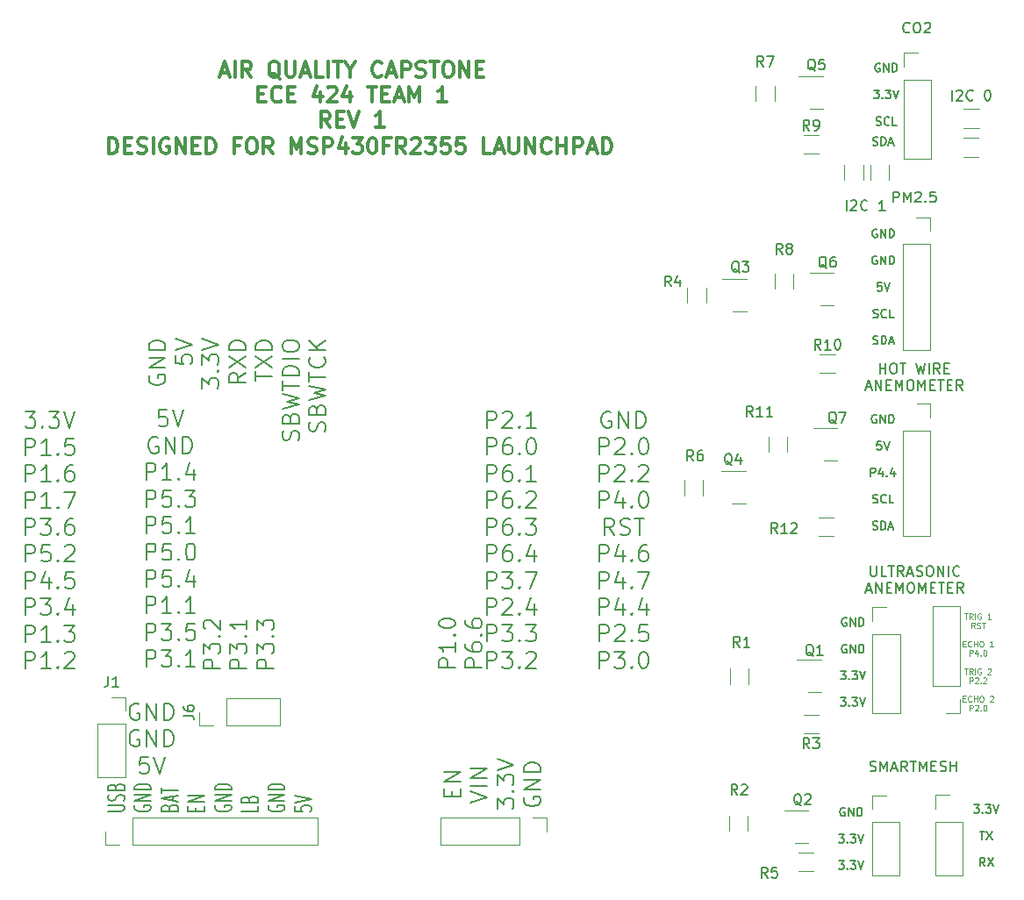
<source format=gbr>
%TF.GenerationSoftware,KiCad,Pcbnew,(6.0.9)*%
%TF.CreationDate,2023-05-03T01:49:20-07:00*%
%TF.ProjectId,Air-Quality-PCB,4169722d-5175-4616-9c69-74792d504342,rev?*%
%TF.SameCoordinates,Original*%
%TF.FileFunction,Legend,Top*%
%TF.FilePolarity,Positive*%
%FSLAX46Y46*%
G04 Gerber Fmt 4.6, Leading zero omitted, Abs format (unit mm)*
G04 Created by KiCad (PCBNEW (6.0.9)) date 2023-05-03 01:49:20*
%MOMM*%
%LPD*%
G01*
G04 APERTURE LIST*
%ADD10C,0.150000*%
%ADD11C,0.125000*%
%ADD12C,0.300000*%
%ADD13C,0.120000*%
G04 APERTURE END LIST*
D10*
X146971714Y-132740952D02*
X146971714Y-132207619D01*
X147809809Y-131979047D02*
X147809809Y-132740952D01*
X146209809Y-132740952D01*
X146209809Y-131979047D01*
X147809809Y-131293333D02*
X146209809Y-131293333D01*
X147809809Y-130379047D01*
X146209809Y-130379047D01*
X148785809Y-133312380D02*
X150385809Y-132779047D01*
X148785809Y-132245714D01*
X150385809Y-131712380D02*
X148785809Y-131712380D01*
X150385809Y-130950476D02*
X148785809Y-130950476D01*
X150385809Y-130036190D01*
X148785809Y-130036190D01*
X151361809Y-133921904D02*
X151361809Y-132931428D01*
X151971333Y-133464761D01*
X151971333Y-133236190D01*
X152047523Y-133083809D01*
X152123714Y-133007619D01*
X152276095Y-132931428D01*
X152657047Y-132931428D01*
X152809428Y-133007619D01*
X152885619Y-133083809D01*
X152961809Y-133236190D01*
X152961809Y-133693333D01*
X152885619Y-133845714D01*
X152809428Y-133921904D01*
X152809428Y-132245714D02*
X152885619Y-132169523D01*
X152961809Y-132245714D01*
X152885619Y-132321904D01*
X152809428Y-132245714D01*
X152961809Y-132245714D01*
X151361809Y-131636190D02*
X151361809Y-130645714D01*
X151971333Y-131179047D01*
X151971333Y-130950476D01*
X152047523Y-130798095D01*
X152123714Y-130721904D01*
X152276095Y-130645714D01*
X152657047Y-130645714D01*
X152809428Y-130721904D01*
X152885619Y-130798095D01*
X152961809Y-130950476D01*
X152961809Y-131407619D01*
X152885619Y-131560000D01*
X152809428Y-131636190D01*
X151361809Y-130188571D02*
X152961809Y-129655238D01*
X151361809Y-129121904D01*
X154014000Y-132779047D02*
X153937809Y-132931428D01*
X153937809Y-133160000D01*
X154014000Y-133388571D01*
X154166380Y-133540952D01*
X154318761Y-133617142D01*
X154623523Y-133693333D01*
X154852095Y-133693333D01*
X155156857Y-133617142D01*
X155309238Y-133540952D01*
X155461619Y-133388571D01*
X155537809Y-133160000D01*
X155537809Y-133007619D01*
X155461619Y-132779047D01*
X155385428Y-132702857D01*
X154852095Y-132702857D01*
X154852095Y-133007619D01*
X155537809Y-132017142D02*
X153937809Y-132017142D01*
X155537809Y-131102857D01*
X153937809Y-131102857D01*
X155537809Y-130340952D02*
X153937809Y-130340952D01*
X153937809Y-129960000D01*
X154014000Y-129731428D01*
X154166380Y-129579047D01*
X154318761Y-129502857D01*
X154623523Y-129426666D01*
X154852095Y-129426666D01*
X155156857Y-129502857D01*
X155309238Y-129579047D01*
X155461619Y-129731428D01*
X155537809Y-129960000D01*
X155537809Y-130340952D01*
X113807809Y-134134404D02*
X115103047Y-134134404D01*
X115255428Y-134086785D01*
X115331619Y-134039166D01*
X115407809Y-133943928D01*
X115407809Y-133753452D01*
X115331619Y-133658214D01*
X115255428Y-133610595D01*
X115103047Y-133562976D01*
X113807809Y-133562976D01*
X115331619Y-133134404D02*
X115407809Y-132991547D01*
X115407809Y-132753452D01*
X115331619Y-132658214D01*
X115255428Y-132610595D01*
X115103047Y-132562976D01*
X114950666Y-132562976D01*
X114798285Y-132610595D01*
X114722095Y-132658214D01*
X114645904Y-132753452D01*
X114569714Y-132943928D01*
X114493523Y-133039166D01*
X114417333Y-133086785D01*
X114264952Y-133134404D01*
X114112571Y-133134404D01*
X113960190Y-133086785D01*
X113884000Y-133039166D01*
X113807809Y-132943928D01*
X113807809Y-132705833D01*
X113884000Y-132562976D01*
X114569714Y-131801071D02*
X114645904Y-131658214D01*
X114722095Y-131610595D01*
X114874476Y-131562976D01*
X115103047Y-131562976D01*
X115255428Y-131610595D01*
X115331619Y-131658214D01*
X115407809Y-131753452D01*
X115407809Y-132134404D01*
X113807809Y-132134404D01*
X113807809Y-131801071D01*
X113884000Y-131705833D01*
X113960190Y-131658214D01*
X114112571Y-131610595D01*
X114264952Y-131610595D01*
X114417333Y-131658214D01*
X114493523Y-131705833D01*
X114569714Y-131801071D01*
X114569714Y-132134404D01*
X116460000Y-133610595D02*
X116383809Y-133705833D01*
X116383809Y-133848690D01*
X116460000Y-133991547D01*
X116612380Y-134086785D01*
X116764761Y-134134404D01*
X117069523Y-134182023D01*
X117298095Y-134182023D01*
X117602857Y-134134404D01*
X117755238Y-134086785D01*
X117907619Y-133991547D01*
X117983809Y-133848690D01*
X117983809Y-133753452D01*
X117907619Y-133610595D01*
X117831428Y-133562976D01*
X117298095Y-133562976D01*
X117298095Y-133753452D01*
X117983809Y-133134404D02*
X116383809Y-133134404D01*
X117983809Y-132562976D01*
X116383809Y-132562976D01*
X117983809Y-132086785D02*
X116383809Y-132086785D01*
X116383809Y-131848690D01*
X116460000Y-131705833D01*
X116612380Y-131610595D01*
X116764761Y-131562976D01*
X117069523Y-131515357D01*
X117298095Y-131515357D01*
X117602857Y-131562976D01*
X117755238Y-131610595D01*
X117907619Y-131705833D01*
X117983809Y-131848690D01*
X117983809Y-132086785D01*
X119721714Y-133801071D02*
X119797904Y-133658214D01*
X119874095Y-133610595D01*
X120026476Y-133562976D01*
X120255047Y-133562976D01*
X120407428Y-133610595D01*
X120483619Y-133658214D01*
X120559809Y-133753452D01*
X120559809Y-134134404D01*
X118959809Y-134134404D01*
X118959809Y-133801071D01*
X119036000Y-133705833D01*
X119112190Y-133658214D01*
X119264571Y-133610595D01*
X119416952Y-133610595D01*
X119569333Y-133658214D01*
X119645523Y-133705833D01*
X119721714Y-133801071D01*
X119721714Y-134134404D01*
X120102666Y-133182023D02*
X120102666Y-132705833D01*
X120559809Y-133277261D02*
X118959809Y-132943928D01*
X120559809Y-132610595D01*
X118959809Y-132420119D02*
X118959809Y-131848690D01*
X120559809Y-132134404D02*
X118959809Y-132134404D01*
X122297714Y-134134404D02*
X122297714Y-133801071D01*
X123135809Y-133658214D02*
X123135809Y-134134404D01*
X121535809Y-134134404D01*
X121535809Y-133658214D01*
X123135809Y-133229642D02*
X121535809Y-133229642D01*
X123135809Y-132658214D01*
X121535809Y-132658214D01*
X124188000Y-133610595D02*
X124111809Y-133705833D01*
X124111809Y-133848690D01*
X124188000Y-133991547D01*
X124340380Y-134086785D01*
X124492761Y-134134404D01*
X124797523Y-134182023D01*
X125026095Y-134182023D01*
X125330857Y-134134404D01*
X125483238Y-134086785D01*
X125635619Y-133991547D01*
X125711809Y-133848690D01*
X125711809Y-133753452D01*
X125635619Y-133610595D01*
X125559428Y-133562976D01*
X125026095Y-133562976D01*
X125026095Y-133753452D01*
X125711809Y-133134404D02*
X124111809Y-133134404D01*
X125711809Y-132562976D01*
X124111809Y-132562976D01*
X125711809Y-132086785D02*
X124111809Y-132086785D01*
X124111809Y-131848690D01*
X124188000Y-131705833D01*
X124340380Y-131610595D01*
X124492761Y-131562976D01*
X124797523Y-131515357D01*
X125026095Y-131515357D01*
X125330857Y-131562976D01*
X125483238Y-131610595D01*
X125635619Y-131705833D01*
X125711809Y-131848690D01*
X125711809Y-132086785D01*
X128287809Y-133658214D02*
X128287809Y-134134404D01*
X126687809Y-134134404D01*
X127449714Y-132991547D02*
X127525904Y-132848690D01*
X127602095Y-132801071D01*
X127754476Y-132753452D01*
X127983047Y-132753452D01*
X128135428Y-132801071D01*
X128211619Y-132848690D01*
X128287809Y-132943928D01*
X128287809Y-133324880D01*
X126687809Y-133324880D01*
X126687809Y-132991547D01*
X126764000Y-132896309D01*
X126840190Y-132848690D01*
X126992571Y-132801071D01*
X127144952Y-132801071D01*
X127297333Y-132848690D01*
X127373523Y-132896309D01*
X127449714Y-132991547D01*
X127449714Y-133324880D01*
X129340000Y-133610595D02*
X129263809Y-133705833D01*
X129263809Y-133848690D01*
X129340000Y-133991547D01*
X129492380Y-134086785D01*
X129644761Y-134134404D01*
X129949523Y-134182023D01*
X130178095Y-134182023D01*
X130482857Y-134134404D01*
X130635238Y-134086785D01*
X130787619Y-133991547D01*
X130863809Y-133848690D01*
X130863809Y-133753452D01*
X130787619Y-133610595D01*
X130711428Y-133562976D01*
X130178095Y-133562976D01*
X130178095Y-133753452D01*
X130863809Y-133134404D02*
X129263809Y-133134404D01*
X130863809Y-132562976D01*
X129263809Y-132562976D01*
X130863809Y-132086785D02*
X129263809Y-132086785D01*
X129263809Y-131848690D01*
X129340000Y-131705833D01*
X129492380Y-131610595D01*
X129644761Y-131562976D01*
X129949523Y-131515357D01*
X130178095Y-131515357D01*
X130482857Y-131562976D01*
X130635238Y-131610595D01*
X130787619Y-131705833D01*
X130863809Y-131848690D01*
X130863809Y-132086785D01*
X131839809Y-133658214D02*
X131839809Y-134134404D01*
X132601714Y-134182023D01*
X132525523Y-134134404D01*
X132449333Y-134039166D01*
X132449333Y-133801071D01*
X132525523Y-133705833D01*
X132601714Y-133658214D01*
X132754095Y-133610595D01*
X133135047Y-133610595D01*
X133287428Y-133658214D01*
X133363619Y-133705833D01*
X133439809Y-133801071D01*
X133439809Y-134039166D01*
X133363619Y-134134404D01*
X133287428Y-134182023D01*
X131839809Y-133324880D02*
X133439809Y-132991547D01*
X131839809Y-132658214D01*
X147325809Y-120293809D02*
X145725809Y-120293809D01*
X145725809Y-119684285D01*
X145802000Y-119531904D01*
X145878190Y-119455714D01*
X146030571Y-119379523D01*
X146259142Y-119379523D01*
X146411523Y-119455714D01*
X146487714Y-119531904D01*
X146563904Y-119684285D01*
X146563904Y-120293809D01*
X147325809Y-117855714D02*
X147325809Y-118770000D01*
X147325809Y-118312857D02*
X145725809Y-118312857D01*
X145954380Y-118465238D01*
X146106761Y-118617619D01*
X146182952Y-118770000D01*
X147173428Y-117170000D02*
X147249619Y-117093809D01*
X147325809Y-117170000D01*
X147249619Y-117246190D01*
X147173428Y-117170000D01*
X147325809Y-117170000D01*
X145725809Y-116103333D02*
X145725809Y-115950952D01*
X145802000Y-115798571D01*
X145878190Y-115722380D01*
X146030571Y-115646190D01*
X146335333Y-115570000D01*
X146716285Y-115570000D01*
X147021047Y-115646190D01*
X147173428Y-115722380D01*
X147249619Y-115798571D01*
X147325809Y-115950952D01*
X147325809Y-116103333D01*
X147249619Y-116255714D01*
X147173428Y-116331904D01*
X147021047Y-116408095D01*
X146716285Y-116484285D01*
X146335333Y-116484285D01*
X146030571Y-116408095D01*
X145878190Y-116331904D01*
X145802000Y-116255714D01*
X145725809Y-116103333D01*
X149901809Y-120293809D02*
X148301809Y-120293809D01*
X148301809Y-119684285D01*
X148378000Y-119531904D01*
X148454190Y-119455714D01*
X148606571Y-119379523D01*
X148835142Y-119379523D01*
X148987523Y-119455714D01*
X149063714Y-119531904D01*
X149139904Y-119684285D01*
X149139904Y-120293809D01*
X148301809Y-118008095D02*
X148301809Y-118312857D01*
X148378000Y-118465238D01*
X148454190Y-118541428D01*
X148682761Y-118693809D01*
X148987523Y-118770000D01*
X149597047Y-118770000D01*
X149749428Y-118693809D01*
X149825619Y-118617619D01*
X149901809Y-118465238D01*
X149901809Y-118160476D01*
X149825619Y-118008095D01*
X149749428Y-117931904D01*
X149597047Y-117855714D01*
X149216095Y-117855714D01*
X149063714Y-117931904D01*
X148987523Y-118008095D01*
X148911333Y-118160476D01*
X148911333Y-118465238D01*
X148987523Y-118617619D01*
X149063714Y-118693809D01*
X149216095Y-118770000D01*
X149749428Y-117170000D02*
X149825619Y-117093809D01*
X149901809Y-117170000D01*
X149825619Y-117246190D01*
X149749428Y-117170000D01*
X149901809Y-117170000D01*
X148301809Y-115722380D02*
X148301809Y-116027142D01*
X148378000Y-116179523D01*
X148454190Y-116255714D01*
X148682761Y-116408095D01*
X148987523Y-116484285D01*
X149597047Y-116484285D01*
X149749428Y-116408095D01*
X149825619Y-116331904D01*
X149901809Y-116179523D01*
X149901809Y-115874761D01*
X149825619Y-115722380D01*
X149749428Y-115646190D01*
X149597047Y-115570000D01*
X149216095Y-115570000D01*
X149063714Y-115646190D01*
X148987523Y-115722380D01*
X148911333Y-115874761D01*
X148911333Y-116179523D01*
X148987523Y-116331904D01*
X149063714Y-116408095D01*
X149216095Y-116484285D01*
X124627809Y-120403809D02*
X123027809Y-120403809D01*
X123027809Y-119794285D01*
X123104000Y-119641904D01*
X123180190Y-119565714D01*
X123332571Y-119489523D01*
X123561142Y-119489523D01*
X123713523Y-119565714D01*
X123789714Y-119641904D01*
X123865904Y-119794285D01*
X123865904Y-120403809D01*
X123027809Y-118956190D02*
X123027809Y-117965714D01*
X123637333Y-118499047D01*
X123637333Y-118270476D01*
X123713523Y-118118095D01*
X123789714Y-118041904D01*
X123942095Y-117965714D01*
X124323047Y-117965714D01*
X124475428Y-118041904D01*
X124551619Y-118118095D01*
X124627809Y-118270476D01*
X124627809Y-118727619D01*
X124551619Y-118880000D01*
X124475428Y-118956190D01*
X124475428Y-117280000D02*
X124551619Y-117203809D01*
X124627809Y-117280000D01*
X124551619Y-117356190D01*
X124475428Y-117280000D01*
X124627809Y-117280000D01*
X123180190Y-116594285D02*
X123104000Y-116518095D01*
X123027809Y-116365714D01*
X123027809Y-115984761D01*
X123104000Y-115832380D01*
X123180190Y-115756190D01*
X123332571Y-115680000D01*
X123484952Y-115680000D01*
X123713523Y-115756190D01*
X124627809Y-116670476D01*
X124627809Y-115680000D01*
X127203809Y-120403809D02*
X125603809Y-120403809D01*
X125603809Y-119794285D01*
X125680000Y-119641904D01*
X125756190Y-119565714D01*
X125908571Y-119489523D01*
X126137142Y-119489523D01*
X126289523Y-119565714D01*
X126365714Y-119641904D01*
X126441904Y-119794285D01*
X126441904Y-120403809D01*
X125603809Y-118956190D02*
X125603809Y-117965714D01*
X126213333Y-118499047D01*
X126213333Y-118270476D01*
X126289523Y-118118095D01*
X126365714Y-118041904D01*
X126518095Y-117965714D01*
X126899047Y-117965714D01*
X127051428Y-118041904D01*
X127127619Y-118118095D01*
X127203809Y-118270476D01*
X127203809Y-118727619D01*
X127127619Y-118880000D01*
X127051428Y-118956190D01*
X127051428Y-117280000D02*
X127127619Y-117203809D01*
X127203809Y-117280000D01*
X127127619Y-117356190D01*
X127051428Y-117280000D01*
X127203809Y-117280000D01*
X127203809Y-115680000D02*
X127203809Y-116594285D01*
X127203809Y-116137142D02*
X125603809Y-116137142D01*
X125832380Y-116289523D01*
X125984761Y-116441904D01*
X126060952Y-116594285D01*
X129779809Y-120403809D02*
X128179809Y-120403809D01*
X128179809Y-119794285D01*
X128256000Y-119641904D01*
X128332190Y-119565714D01*
X128484571Y-119489523D01*
X128713142Y-119489523D01*
X128865523Y-119565714D01*
X128941714Y-119641904D01*
X129017904Y-119794285D01*
X129017904Y-120403809D01*
X128179809Y-118956190D02*
X128179809Y-117965714D01*
X128789333Y-118499047D01*
X128789333Y-118270476D01*
X128865523Y-118118095D01*
X128941714Y-118041904D01*
X129094095Y-117965714D01*
X129475047Y-117965714D01*
X129627428Y-118041904D01*
X129703619Y-118118095D01*
X129779809Y-118270476D01*
X129779809Y-118727619D01*
X129703619Y-118880000D01*
X129627428Y-118956190D01*
X129627428Y-117280000D02*
X129703619Y-117203809D01*
X129779809Y-117280000D01*
X129703619Y-117356190D01*
X129627428Y-117280000D01*
X129779809Y-117280000D01*
X128179809Y-116670476D02*
X128179809Y-115680000D01*
X128789333Y-116213333D01*
X128789333Y-115984761D01*
X128865523Y-115832380D01*
X128941714Y-115756190D01*
X129094095Y-115680000D01*
X129475047Y-115680000D01*
X129627428Y-115756190D01*
X129703619Y-115832380D01*
X129779809Y-115984761D01*
X129779809Y-116441904D01*
X129703619Y-116594285D01*
X129627428Y-116670476D01*
X116800952Y-123834000D02*
X116648571Y-123757809D01*
X116420000Y-123757809D01*
X116191428Y-123834000D01*
X116039047Y-123986380D01*
X115962857Y-124138761D01*
X115886666Y-124443523D01*
X115886666Y-124672095D01*
X115962857Y-124976857D01*
X116039047Y-125129238D01*
X116191428Y-125281619D01*
X116420000Y-125357809D01*
X116572380Y-125357809D01*
X116800952Y-125281619D01*
X116877142Y-125205428D01*
X116877142Y-124672095D01*
X116572380Y-124672095D01*
X117562857Y-125357809D02*
X117562857Y-123757809D01*
X118477142Y-125357809D01*
X118477142Y-123757809D01*
X119239047Y-125357809D02*
X119239047Y-123757809D01*
X119620000Y-123757809D01*
X119848571Y-123834000D01*
X120000952Y-123986380D01*
X120077142Y-124138761D01*
X120153333Y-124443523D01*
X120153333Y-124672095D01*
X120077142Y-124976857D01*
X120000952Y-125129238D01*
X119848571Y-125281619D01*
X119620000Y-125357809D01*
X119239047Y-125357809D01*
X116800952Y-126410000D02*
X116648571Y-126333809D01*
X116420000Y-126333809D01*
X116191428Y-126410000D01*
X116039047Y-126562380D01*
X115962857Y-126714761D01*
X115886666Y-127019523D01*
X115886666Y-127248095D01*
X115962857Y-127552857D01*
X116039047Y-127705238D01*
X116191428Y-127857619D01*
X116420000Y-127933809D01*
X116572380Y-127933809D01*
X116800952Y-127857619D01*
X116877142Y-127781428D01*
X116877142Y-127248095D01*
X116572380Y-127248095D01*
X117562857Y-127933809D02*
X117562857Y-126333809D01*
X118477142Y-127933809D01*
X118477142Y-126333809D01*
X119239047Y-127933809D02*
X119239047Y-126333809D01*
X119620000Y-126333809D01*
X119848571Y-126410000D01*
X120000952Y-126562380D01*
X120077142Y-126714761D01*
X120153333Y-127019523D01*
X120153333Y-127248095D01*
X120077142Y-127552857D01*
X120000952Y-127705238D01*
X119848571Y-127857619D01*
X119620000Y-127933809D01*
X119239047Y-127933809D01*
X117715238Y-128909809D02*
X116953333Y-128909809D01*
X116877142Y-129671714D01*
X116953333Y-129595523D01*
X117105714Y-129519333D01*
X117486666Y-129519333D01*
X117639047Y-129595523D01*
X117715238Y-129671714D01*
X117791428Y-129824095D01*
X117791428Y-130205047D01*
X117715238Y-130357428D01*
X117639047Y-130433619D01*
X117486666Y-130509809D01*
X117105714Y-130509809D01*
X116953333Y-130433619D01*
X116877142Y-130357428D01*
X118248571Y-128909809D02*
X118781904Y-130509809D01*
X119315238Y-128909809D01*
X117822000Y-92084642D02*
X117745809Y-92237023D01*
X117745809Y-92465595D01*
X117822000Y-92694166D01*
X117974380Y-92846547D01*
X118126761Y-92922738D01*
X118431523Y-92998928D01*
X118660095Y-92998928D01*
X118964857Y-92922738D01*
X119117238Y-92846547D01*
X119269619Y-92694166D01*
X119345809Y-92465595D01*
X119345809Y-92313214D01*
X119269619Y-92084642D01*
X119193428Y-92008452D01*
X118660095Y-92008452D01*
X118660095Y-92313214D01*
X119345809Y-91322738D02*
X117745809Y-91322738D01*
X119345809Y-90408452D01*
X117745809Y-90408452D01*
X119345809Y-89646547D02*
X117745809Y-89646547D01*
X117745809Y-89265595D01*
X117822000Y-89037023D01*
X117974380Y-88884642D01*
X118126761Y-88808452D01*
X118431523Y-88732261D01*
X118660095Y-88732261D01*
X118964857Y-88808452D01*
X119117238Y-88884642D01*
X119269619Y-89037023D01*
X119345809Y-89265595D01*
X119345809Y-89646547D01*
X120321809Y-90179880D02*
X120321809Y-90941785D01*
X121083714Y-91017976D01*
X121007523Y-90941785D01*
X120931333Y-90789404D01*
X120931333Y-90408452D01*
X121007523Y-90256071D01*
X121083714Y-90179880D01*
X121236095Y-90103690D01*
X121617047Y-90103690D01*
X121769428Y-90179880D01*
X121845619Y-90256071D01*
X121921809Y-90408452D01*
X121921809Y-90789404D01*
X121845619Y-90941785D01*
X121769428Y-91017976D01*
X120321809Y-89646547D02*
X121921809Y-89113214D01*
X120321809Y-88579880D01*
X122897809Y-93379880D02*
X122897809Y-92389404D01*
X123507333Y-92922738D01*
X123507333Y-92694166D01*
X123583523Y-92541785D01*
X123659714Y-92465595D01*
X123812095Y-92389404D01*
X124193047Y-92389404D01*
X124345428Y-92465595D01*
X124421619Y-92541785D01*
X124497809Y-92694166D01*
X124497809Y-93151309D01*
X124421619Y-93303690D01*
X124345428Y-93379880D01*
X124345428Y-91703690D02*
X124421619Y-91627500D01*
X124497809Y-91703690D01*
X124421619Y-91779880D01*
X124345428Y-91703690D01*
X124497809Y-91703690D01*
X122897809Y-91094166D02*
X122897809Y-90103690D01*
X123507333Y-90637023D01*
X123507333Y-90408452D01*
X123583523Y-90256071D01*
X123659714Y-90179880D01*
X123812095Y-90103690D01*
X124193047Y-90103690D01*
X124345428Y-90179880D01*
X124421619Y-90256071D01*
X124497809Y-90408452D01*
X124497809Y-90865595D01*
X124421619Y-91017976D01*
X124345428Y-91094166D01*
X122897809Y-89646547D02*
X124497809Y-89113214D01*
X122897809Y-88579880D01*
X127073809Y-91856071D02*
X126311904Y-92389404D01*
X127073809Y-92770357D02*
X125473809Y-92770357D01*
X125473809Y-92160833D01*
X125550000Y-92008452D01*
X125626190Y-91932261D01*
X125778571Y-91856071D01*
X126007142Y-91856071D01*
X126159523Y-91932261D01*
X126235714Y-92008452D01*
X126311904Y-92160833D01*
X126311904Y-92770357D01*
X125473809Y-91322738D02*
X127073809Y-90256071D01*
X125473809Y-90256071D02*
X127073809Y-91322738D01*
X127073809Y-89646547D02*
X125473809Y-89646547D01*
X125473809Y-89265595D01*
X125550000Y-89037023D01*
X125702380Y-88884642D01*
X125854761Y-88808452D01*
X126159523Y-88732261D01*
X126388095Y-88732261D01*
X126692857Y-88808452D01*
X126845238Y-88884642D01*
X126997619Y-89037023D01*
X127073809Y-89265595D01*
X127073809Y-89646547D01*
X128049809Y-92617976D02*
X128049809Y-91703690D01*
X129649809Y-92160833D02*
X128049809Y-92160833D01*
X128049809Y-91322738D02*
X129649809Y-90256071D01*
X128049809Y-90256071D02*
X129649809Y-91322738D01*
X129649809Y-89646547D02*
X128049809Y-89646547D01*
X128049809Y-89265595D01*
X128126000Y-89037023D01*
X128278380Y-88884642D01*
X128430761Y-88808452D01*
X128735523Y-88732261D01*
X128964095Y-88732261D01*
X129268857Y-88808452D01*
X129421238Y-88884642D01*
X129573619Y-89037023D01*
X129649809Y-89265595D01*
X129649809Y-89646547D01*
X132149619Y-98332261D02*
X132225809Y-98103690D01*
X132225809Y-97722738D01*
X132149619Y-97570357D01*
X132073428Y-97494166D01*
X131921047Y-97417976D01*
X131768666Y-97417976D01*
X131616285Y-97494166D01*
X131540095Y-97570357D01*
X131463904Y-97722738D01*
X131387714Y-98027500D01*
X131311523Y-98179880D01*
X131235333Y-98256071D01*
X131082952Y-98332261D01*
X130930571Y-98332261D01*
X130778190Y-98256071D01*
X130702000Y-98179880D01*
X130625809Y-98027500D01*
X130625809Y-97646547D01*
X130702000Y-97417976D01*
X131387714Y-96198928D02*
X131463904Y-95970357D01*
X131540095Y-95894166D01*
X131692476Y-95817976D01*
X131921047Y-95817976D01*
X132073428Y-95894166D01*
X132149619Y-95970357D01*
X132225809Y-96122738D01*
X132225809Y-96732261D01*
X130625809Y-96732261D01*
X130625809Y-96198928D01*
X130702000Y-96046547D01*
X130778190Y-95970357D01*
X130930571Y-95894166D01*
X131082952Y-95894166D01*
X131235333Y-95970357D01*
X131311523Y-96046547D01*
X131387714Y-96198928D01*
X131387714Y-96732261D01*
X130625809Y-95284642D02*
X132225809Y-94903690D01*
X131082952Y-94598928D01*
X132225809Y-94294166D01*
X130625809Y-93913214D01*
X130625809Y-93532261D02*
X130625809Y-92617976D01*
X132225809Y-93075119D02*
X130625809Y-93075119D01*
X132225809Y-92084642D02*
X130625809Y-92084642D01*
X130625809Y-91703690D01*
X130702000Y-91475119D01*
X130854380Y-91322738D01*
X131006761Y-91246547D01*
X131311523Y-91170357D01*
X131540095Y-91170357D01*
X131844857Y-91246547D01*
X131997238Y-91322738D01*
X132149619Y-91475119D01*
X132225809Y-91703690D01*
X132225809Y-92084642D01*
X132225809Y-90484642D02*
X130625809Y-90484642D01*
X130625809Y-89417976D02*
X130625809Y-89113214D01*
X130702000Y-88960833D01*
X130854380Y-88808452D01*
X131159142Y-88732261D01*
X131692476Y-88732261D01*
X131997238Y-88808452D01*
X132149619Y-88960833D01*
X132225809Y-89113214D01*
X132225809Y-89417976D01*
X132149619Y-89570357D01*
X131997238Y-89722738D01*
X131692476Y-89798928D01*
X131159142Y-89798928D01*
X130854380Y-89722738D01*
X130702000Y-89570357D01*
X130625809Y-89417976D01*
X134725619Y-97494166D02*
X134801809Y-97265595D01*
X134801809Y-96884642D01*
X134725619Y-96732261D01*
X134649428Y-96656071D01*
X134497047Y-96579880D01*
X134344666Y-96579880D01*
X134192285Y-96656071D01*
X134116095Y-96732261D01*
X134039904Y-96884642D01*
X133963714Y-97189404D01*
X133887523Y-97341785D01*
X133811333Y-97417976D01*
X133658952Y-97494166D01*
X133506571Y-97494166D01*
X133354190Y-97417976D01*
X133278000Y-97341785D01*
X133201809Y-97189404D01*
X133201809Y-96808452D01*
X133278000Y-96579880D01*
X133963714Y-95360833D02*
X134039904Y-95132261D01*
X134116095Y-95056071D01*
X134268476Y-94979880D01*
X134497047Y-94979880D01*
X134649428Y-95056071D01*
X134725619Y-95132261D01*
X134801809Y-95284642D01*
X134801809Y-95894166D01*
X133201809Y-95894166D01*
X133201809Y-95360833D01*
X133278000Y-95208452D01*
X133354190Y-95132261D01*
X133506571Y-95056071D01*
X133658952Y-95056071D01*
X133811333Y-95132261D01*
X133887523Y-95208452D01*
X133963714Y-95360833D01*
X133963714Y-95894166D01*
X133201809Y-94446547D02*
X134801809Y-94065595D01*
X133658952Y-93760833D01*
X134801809Y-93456071D01*
X133201809Y-93075119D01*
X133201809Y-92694166D02*
X133201809Y-91779880D01*
X134801809Y-92237023D02*
X133201809Y-92237023D01*
X134649428Y-90332261D02*
X134725619Y-90408452D01*
X134801809Y-90637023D01*
X134801809Y-90789404D01*
X134725619Y-91017976D01*
X134573238Y-91170357D01*
X134420857Y-91246547D01*
X134116095Y-91322738D01*
X133887523Y-91322738D01*
X133582761Y-91246547D01*
X133430380Y-91170357D01*
X133278000Y-91017976D01*
X133201809Y-90789404D01*
X133201809Y-90637023D01*
X133278000Y-90408452D01*
X133354190Y-90332261D01*
X134801809Y-89646547D02*
X133201809Y-89646547D01*
X134801809Y-88732261D02*
X133887523Y-89417976D01*
X133201809Y-88732261D02*
X134116095Y-89646547D01*
X105818095Y-95591809D02*
X106808571Y-95591809D01*
X106275238Y-96201333D01*
X106503809Y-96201333D01*
X106656190Y-96277523D01*
X106732380Y-96353714D01*
X106808571Y-96506095D01*
X106808571Y-96887047D01*
X106732380Y-97039428D01*
X106656190Y-97115619D01*
X106503809Y-97191809D01*
X106046666Y-97191809D01*
X105894285Y-97115619D01*
X105818095Y-97039428D01*
X107494285Y-97039428D02*
X107570476Y-97115619D01*
X107494285Y-97191809D01*
X107418095Y-97115619D01*
X107494285Y-97039428D01*
X107494285Y-97191809D01*
X108103809Y-95591809D02*
X109094285Y-95591809D01*
X108560952Y-96201333D01*
X108789523Y-96201333D01*
X108941904Y-96277523D01*
X109018095Y-96353714D01*
X109094285Y-96506095D01*
X109094285Y-96887047D01*
X109018095Y-97039428D01*
X108941904Y-97115619D01*
X108789523Y-97191809D01*
X108332380Y-97191809D01*
X108180000Y-97115619D01*
X108103809Y-97039428D01*
X109551428Y-95591809D02*
X110084761Y-97191809D01*
X110618095Y-95591809D01*
X105856190Y-99767809D02*
X105856190Y-98167809D01*
X106465714Y-98167809D01*
X106618095Y-98244000D01*
X106694285Y-98320190D01*
X106770476Y-98472571D01*
X106770476Y-98701142D01*
X106694285Y-98853523D01*
X106618095Y-98929714D01*
X106465714Y-99005904D01*
X105856190Y-99005904D01*
X108294285Y-99767809D02*
X107380000Y-99767809D01*
X107837142Y-99767809D02*
X107837142Y-98167809D01*
X107684761Y-98396380D01*
X107532380Y-98548761D01*
X107380000Y-98624952D01*
X108980000Y-99615428D02*
X109056190Y-99691619D01*
X108980000Y-99767809D01*
X108903809Y-99691619D01*
X108980000Y-99615428D01*
X108980000Y-99767809D01*
X110503809Y-98167809D02*
X109741904Y-98167809D01*
X109665714Y-98929714D01*
X109741904Y-98853523D01*
X109894285Y-98777333D01*
X110275238Y-98777333D01*
X110427619Y-98853523D01*
X110503809Y-98929714D01*
X110580000Y-99082095D01*
X110580000Y-99463047D01*
X110503809Y-99615428D01*
X110427619Y-99691619D01*
X110275238Y-99767809D01*
X109894285Y-99767809D01*
X109741904Y-99691619D01*
X109665714Y-99615428D01*
X105856190Y-102343809D02*
X105856190Y-100743809D01*
X106465714Y-100743809D01*
X106618095Y-100820000D01*
X106694285Y-100896190D01*
X106770476Y-101048571D01*
X106770476Y-101277142D01*
X106694285Y-101429523D01*
X106618095Y-101505714D01*
X106465714Y-101581904D01*
X105856190Y-101581904D01*
X108294285Y-102343809D02*
X107380000Y-102343809D01*
X107837142Y-102343809D02*
X107837142Y-100743809D01*
X107684761Y-100972380D01*
X107532380Y-101124761D01*
X107380000Y-101200952D01*
X108980000Y-102191428D02*
X109056190Y-102267619D01*
X108980000Y-102343809D01*
X108903809Y-102267619D01*
X108980000Y-102191428D01*
X108980000Y-102343809D01*
X110427619Y-100743809D02*
X110122857Y-100743809D01*
X109970476Y-100820000D01*
X109894285Y-100896190D01*
X109741904Y-101124761D01*
X109665714Y-101429523D01*
X109665714Y-102039047D01*
X109741904Y-102191428D01*
X109818095Y-102267619D01*
X109970476Y-102343809D01*
X110275238Y-102343809D01*
X110427619Y-102267619D01*
X110503809Y-102191428D01*
X110580000Y-102039047D01*
X110580000Y-101658095D01*
X110503809Y-101505714D01*
X110427619Y-101429523D01*
X110275238Y-101353333D01*
X109970476Y-101353333D01*
X109818095Y-101429523D01*
X109741904Y-101505714D01*
X109665714Y-101658095D01*
X105856190Y-104919809D02*
X105856190Y-103319809D01*
X106465714Y-103319809D01*
X106618095Y-103396000D01*
X106694285Y-103472190D01*
X106770476Y-103624571D01*
X106770476Y-103853142D01*
X106694285Y-104005523D01*
X106618095Y-104081714D01*
X106465714Y-104157904D01*
X105856190Y-104157904D01*
X108294285Y-104919809D02*
X107380000Y-104919809D01*
X107837142Y-104919809D02*
X107837142Y-103319809D01*
X107684761Y-103548380D01*
X107532380Y-103700761D01*
X107380000Y-103776952D01*
X108980000Y-104767428D02*
X109056190Y-104843619D01*
X108980000Y-104919809D01*
X108903809Y-104843619D01*
X108980000Y-104767428D01*
X108980000Y-104919809D01*
X109589523Y-103319809D02*
X110656190Y-103319809D01*
X109970476Y-104919809D01*
X105856190Y-107495809D02*
X105856190Y-105895809D01*
X106465714Y-105895809D01*
X106618095Y-105972000D01*
X106694285Y-106048190D01*
X106770476Y-106200571D01*
X106770476Y-106429142D01*
X106694285Y-106581523D01*
X106618095Y-106657714D01*
X106465714Y-106733904D01*
X105856190Y-106733904D01*
X107303809Y-105895809D02*
X108294285Y-105895809D01*
X107760952Y-106505333D01*
X107989523Y-106505333D01*
X108141904Y-106581523D01*
X108218095Y-106657714D01*
X108294285Y-106810095D01*
X108294285Y-107191047D01*
X108218095Y-107343428D01*
X108141904Y-107419619D01*
X107989523Y-107495809D01*
X107532380Y-107495809D01*
X107380000Y-107419619D01*
X107303809Y-107343428D01*
X108980000Y-107343428D02*
X109056190Y-107419619D01*
X108980000Y-107495809D01*
X108903809Y-107419619D01*
X108980000Y-107343428D01*
X108980000Y-107495809D01*
X110427619Y-105895809D02*
X110122857Y-105895809D01*
X109970476Y-105972000D01*
X109894285Y-106048190D01*
X109741904Y-106276761D01*
X109665714Y-106581523D01*
X109665714Y-107191047D01*
X109741904Y-107343428D01*
X109818095Y-107419619D01*
X109970476Y-107495809D01*
X110275238Y-107495809D01*
X110427619Y-107419619D01*
X110503809Y-107343428D01*
X110580000Y-107191047D01*
X110580000Y-106810095D01*
X110503809Y-106657714D01*
X110427619Y-106581523D01*
X110275238Y-106505333D01*
X109970476Y-106505333D01*
X109818095Y-106581523D01*
X109741904Y-106657714D01*
X109665714Y-106810095D01*
X105856190Y-110071809D02*
X105856190Y-108471809D01*
X106465714Y-108471809D01*
X106618095Y-108548000D01*
X106694285Y-108624190D01*
X106770476Y-108776571D01*
X106770476Y-109005142D01*
X106694285Y-109157523D01*
X106618095Y-109233714D01*
X106465714Y-109309904D01*
X105856190Y-109309904D01*
X108218095Y-108471809D02*
X107456190Y-108471809D01*
X107380000Y-109233714D01*
X107456190Y-109157523D01*
X107608571Y-109081333D01*
X107989523Y-109081333D01*
X108141904Y-109157523D01*
X108218095Y-109233714D01*
X108294285Y-109386095D01*
X108294285Y-109767047D01*
X108218095Y-109919428D01*
X108141904Y-109995619D01*
X107989523Y-110071809D01*
X107608571Y-110071809D01*
X107456190Y-109995619D01*
X107380000Y-109919428D01*
X108980000Y-109919428D02*
X109056190Y-109995619D01*
X108980000Y-110071809D01*
X108903809Y-109995619D01*
X108980000Y-109919428D01*
X108980000Y-110071809D01*
X109665714Y-108624190D02*
X109741904Y-108548000D01*
X109894285Y-108471809D01*
X110275238Y-108471809D01*
X110427619Y-108548000D01*
X110503809Y-108624190D01*
X110580000Y-108776571D01*
X110580000Y-108928952D01*
X110503809Y-109157523D01*
X109589523Y-110071809D01*
X110580000Y-110071809D01*
X105856190Y-112647809D02*
X105856190Y-111047809D01*
X106465714Y-111047809D01*
X106618095Y-111124000D01*
X106694285Y-111200190D01*
X106770476Y-111352571D01*
X106770476Y-111581142D01*
X106694285Y-111733523D01*
X106618095Y-111809714D01*
X106465714Y-111885904D01*
X105856190Y-111885904D01*
X108141904Y-111581142D02*
X108141904Y-112647809D01*
X107760952Y-110971619D02*
X107380000Y-112114476D01*
X108370476Y-112114476D01*
X108980000Y-112495428D02*
X109056190Y-112571619D01*
X108980000Y-112647809D01*
X108903809Y-112571619D01*
X108980000Y-112495428D01*
X108980000Y-112647809D01*
X110503809Y-111047809D02*
X109741904Y-111047809D01*
X109665714Y-111809714D01*
X109741904Y-111733523D01*
X109894285Y-111657333D01*
X110275238Y-111657333D01*
X110427619Y-111733523D01*
X110503809Y-111809714D01*
X110580000Y-111962095D01*
X110580000Y-112343047D01*
X110503809Y-112495428D01*
X110427619Y-112571619D01*
X110275238Y-112647809D01*
X109894285Y-112647809D01*
X109741904Y-112571619D01*
X109665714Y-112495428D01*
X105856190Y-115223809D02*
X105856190Y-113623809D01*
X106465714Y-113623809D01*
X106618095Y-113700000D01*
X106694285Y-113776190D01*
X106770476Y-113928571D01*
X106770476Y-114157142D01*
X106694285Y-114309523D01*
X106618095Y-114385714D01*
X106465714Y-114461904D01*
X105856190Y-114461904D01*
X107303809Y-113623809D02*
X108294285Y-113623809D01*
X107760952Y-114233333D01*
X107989523Y-114233333D01*
X108141904Y-114309523D01*
X108218095Y-114385714D01*
X108294285Y-114538095D01*
X108294285Y-114919047D01*
X108218095Y-115071428D01*
X108141904Y-115147619D01*
X107989523Y-115223809D01*
X107532380Y-115223809D01*
X107380000Y-115147619D01*
X107303809Y-115071428D01*
X108980000Y-115071428D02*
X109056190Y-115147619D01*
X108980000Y-115223809D01*
X108903809Y-115147619D01*
X108980000Y-115071428D01*
X108980000Y-115223809D01*
X110427619Y-114157142D02*
X110427619Y-115223809D01*
X110046666Y-113547619D02*
X109665714Y-114690476D01*
X110656190Y-114690476D01*
X105856190Y-117799809D02*
X105856190Y-116199809D01*
X106465714Y-116199809D01*
X106618095Y-116276000D01*
X106694285Y-116352190D01*
X106770476Y-116504571D01*
X106770476Y-116733142D01*
X106694285Y-116885523D01*
X106618095Y-116961714D01*
X106465714Y-117037904D01*
X105856190Y-117037904D01*
X108294285Y-117799809D02*
X107380000Y-117799809D01*
X107837142Y-117799809D02*
X107837142Y-116199809D01*
X107684761Y-116428380D01*
X107532380Y-116580761D01*
X107380000Y-116656952D01*
X108980000Y-117647428D02*
X109056190Y-117723619D01*
X108980000Y-117799809D01*
X108903809Y-117723619D01*
X108980000Y-117647428D01*
X108980000Y-117799809D01*
X109589523Y-116199809D02*
X110580000Y-116199809D01*
X110046666Y-116809333D01*
X110275238Y-116809333D01*
X110427619Y-116885523D01*
X110503809Y-116961714D01*
X110580000Y-117114095D01*
X110580000Y-117495047D01*
X110503809Y-117647428D01*
X110427619Y-117723619D01*
X110275238Y-117799809D01*
X109818095Y-117799809D01*
X109665714Y-117723619D01*
X109589523Y-117647428D01*
X105856190Y-120375809D02*
X105856190Y-118775809D01*
X106465714Y-118775809D01*
X106618095Y-118852000D01*
X106694285Y-118928190D01*
X106770476Y-119080571D01*
X106770476Y-119309142D01*
X106694285Y-119461523D01*
X106618095Y-119537714D01*
X106465714Y-119613904D01*
X105856190Y-119613904D01*
X108294285Y-120375809D02*
X107380000Y-120375809D01*
X107837142Y-120375809D02*
X107837142Y-118775809D01*
X107684761Y-119004380D01*
X107532380Y-119156761D01*
X107380000Y-119232952D01*
X108980000Y-120223428D02*
X109056190Y-120299619D01*
X108980000Y-120375809D01*
X108903809Y-120299619D01*
X108980000Y-120223428D01*
X108980000Y-120375809D01*
X109665714Y-118928190D02*
X109741904Y-118852000D01*
X109894285Y-118775809D01*
X110275238Y-118775809D01*
X110427619Y-118852000D01*
X110503809Y-118928190D01*
X110580000Y-119080571D01*
X110580000Y-119232952D01*
X110503809Y-119461523D01*
X109589523Y-120375809D01*
X110580000Y-120375809D01*
X119515238Y-95431809D02*
X118753333Y-95431809D01*
X118677142Y-96193714D01*
X118753333Y-96117523D01*
X118905714Y-96041333D01*
X119286666Y-96041333D01*
X119439047Y-96117523D01*
X119515238Y-96193714D01*
X119591428Y-96346095D01*
X119591428Y-96727047D01*
X119515238Y-96879428D01*
X119439047Y-96955619D01*
X119286666Y-97031809D01*
X118905714Y-97031809D01*
X118753333Y-96955619D01*
X118677142Y-96879428D01*
X120048571Y-95431809D02*
X120581904Y-97031809D01*
X121115238Y-95431809D01*
X118600952Y-98084000D02*
X118448571Y-98007809D01*
X118220000Y-98007809D01*
X117991428Y-98084000D01*
X117839047Y-98236380D01*
X117762857Y-98388761D01*
X117686666Y-98693523D01*
X117686666Y-98922095D01*
X117762857Y-99226857D01*
X117839047Y-99379238D01*
X117991428Y-99531619D01*
X118220000Y-99607809D01*
X118372380Y-99607809D01*
X118600952Y-99531619D01*
X118677142Y-99455428D01*
X118677142Y-98922095D01*
X118372380Y-98922095D01*
X119362857Y-99607809D02*
X119362857Y-98007809D01*
X120277142Y-99607809D01*
X120277142Y-98007809D01*
X121039047Y-99607809D02*
X121039047Y-98007809D01*
X121420000Y-98007809D01*
X121648571Y-98084000D01*
X121800952Y-98236380D01*
X121877142Y-98388761D01*
X121953333Y-98693523D01*
X121953333Y-98922095D01*
X121877142Y-99226857D01*
X121800952Y-99379238D01*
X121648571Y-99531619D01*
X121420000Y-99607809D01*
X121039047Y-99607809D01*
X117496190Y-102183809D02*
X117496190Y-100583809D01*
X118105714Y-100583809D01*
X118258095Y-100660000D01*
X118334285Y-100736190D01*
X118410476Y-100888571D01*
X118410476Y-101117142D01*
X118334285Y-101269523D01*
X118258095Y-101345714D01*
X118105714Y-101421904D01*
X117496190Y-101421904D01*
X119934285Y-102183809D02*
X119020000Y-102183809D01*
X119477142Y-102183809D02*
X119477142Y-100583809D01*
X119324761Y-100812380D01*
X119172380Y-100964761D01*
X119020000Y-101040952D01*
X120620000Y-102031428D02*
X120696190Y-102107619D01*
X120620000Y-102183809D01*
X120543809Y-102107619D01*
X120620000Y-102031428D01*
X120620000Y-102183809D01*
X122067619Y-101117142D02*
X122067619Y-102183809D01*
X121686666Y-100507619D02*
X121305714Y-101650476D01*
X122296190Y-101650476D01*
X117496190Y-104759809D02*
X117496190Y-103159809D01*
X118105714Y-103159809D01*
X118258095Y-103236000D01*
X118334285Y-103312190D01*
X118410476Y-103464571D01*
X118410476Y-103693142D01*
X118334285Y-103845523D01*
X118258095Y-103921714D01*
X118105714Y-103997904D01*
X117496190Y-103997904D01*
X119858095Y-103159809D02*
X119096190Y-103159809D01*
X119020000Y-103921714D01*
X119096190Y-103845523D01*
X119248571Y-103769333D01*
X119629523Y-103769333D01*
X119781904Y-103845523D01*
X119858095Y-103921714D01*
X119934285Y-104074095D01*
X119934285Y-104455047D01*
X119858095Y-104607428D01*
X119781904Y-104683619D01*
X119629523Y-104759809D01*
X119248571Y-104759809D01*
X119096190Y-104683619D01*
X119020000Y-104607428D01*
X120620000Y-104607428D02*
X120696190Y-104683619D01*
X120620000Y-104759809D01*
X120543809Y-104683619D01*
X120620000Y-104607428D01*
X120620000Y-104759809D01*
X121229523Y-103159809D02*
X122220000Y-103159809D01*
X121686666Y-103769333D01*
X121915238Y-103769333D01*
X122067619Y-103845523D01*
X122143809Y-103921714D01*
X122220000Y-104074095D01*
X122220000Y-104455047D01*
X122143809Y-104607428D01*
X122067619Y-104683619D01*
X121915238Y-104759809D01*
X121458095Y-104759809D01*
X121305714Y-104683619D01*
X121229523Y-104607428D01*
X117496190Y-107335809D02*
X117496190Y-105735809D01*
X118105714Y-105735809D01*
X118258095Y-105812000D01*
X118334285Y-105888190D01*
X118410476Y-106040571D01*
X118410476Y-106269142D01*
X118334285Y-106421523D01*
X118258095Y-106497714D01*
X118105714Y-106573904D01*
X117496190Y-106573904D01*
X119858095Y-105735809D02*
X119096190Y-105735809D01*
X119020000Y-106497714D01*
X119096190Y-106421523D01*
X119248571Y-106345333D01*
X119629523Y-106345333D01*
X119781904Y-106421523D01*
X119858095Y-106497714D01*
X119934285Y-106650095D01*
X119934285Y-107031047D01*
X119858095Y-107183428D01*
X119781904Y-107259619D01*
X119629523Y-107335809D01*
X119248571Y-107335809D01*
X119096190Y-107259619D01*
X119020000Y-107183428D01*
X120620000Y-107183428D02*
X120696190Y-107259619D01*
X120620000Y-107335809D01*
X120543809Y-107259619D01*
X120620000Y-107183428D01*
X120620000Y-107335809D01*
X122220000Y-107335809D02*
X121305714Y-107335809D01*
X121762857Y-107335809D02*
X121762857Y-105735809D01*
X121610476Y-105964380D01*
X121458095Y-106116761D01*
X121305714Y-106192952D01*
X117496190Y-109911809D02*
X117496190Y-108311809D01*
X118105714Y-108311809D01*
X118258095Y-108388000D01*
X118334285Y-108464190D01*
X118410476Y-108616571D01*
X118410476Y-108845142D01*
X118334285Y-108997523D01*
X118258095Y-109073714D01*
X118105714Y-109149904D01*
X117496190Y-109149904D01*
X119858095Y-108311809D02*
X119096190Y-108311809D01*
X119020000Y-109073714D01*
X119096190Y-108997523D01*
X119248571Y-108921333D01*
X119629523Y-108921333D01*
X119781904Y-108997523D01*
X119858095Y-109073714D01*
X119934285Y-109226095D01*
X119934285Y-109607047D01*
X119858095Y-109759428D01*
X119781904Y-109835619D01*
X119629523Y-109911809D01*
X119248571Y-109911809D01*
X119096190Y-109835619D01*
X119020000Y-109759428D01*
X120620000Y-109759428D02*
X120696190Y-109835619D01*
X120620000Y-109911809D01*
X120543809Y-109835619D01*
X120620000Y-109759428D01*
X120620000Y-109911809D01*
X121686666Y-108311809D02*
X121839047Y-108311809D01*
X121991428Y-108388000D01*
X122067619Y-108464190D01*
X122143809Y-108616571D01*
X122220000Y-108921333D01*
X122220000Y-109302285D01*
X122143809Y-109607047D01*
X122067619Y-109759428D01*
X121991428Y-109835619D01*
X121839047Y-109911809D01*
X121686666Y-109911809D01*
X121534285Y-109835619D01*
X121458095Y-109759428D01*
X121381904Y-109607047D01*
X121305714Y-109302285D01*
X121305714Y-108921333D01*
X121381904Y-108616571D01*
X121458095Y-108464190D01*
X121534285Y-108388000D01*
X121686666Y-108311809D01*
X117496190Y-112487809D02*
X117496190Y-110887809D01*
X118105714Y-110887809D01*
X118258095Y-110964000D01*
X118334285Y-111040190D01*
X118410476Y-111192571D01*
X118410476Y-111421142D01*
X118334285Y-111573523D01*
X118258095Y-111649714D01*
X118105714Y-111725904D01*
X117496190Y-111725904D01*
X119858095Y-110887809D02*
X119096190Y-110887809D01*
X119020000Y-111649714D01*
X119096190Y-111573523D01*
X119248571Y-111497333D01*
X119629523Y-111497333D01*
X119781904Y-111573523D01*
X119858095Y-111649714D01*
X119934285Y-111802095D01*
X119934285Y-112183047D01*
X119858095Y-112335428D01*
X119781904Y-112411619D01*
X119629523Y-112487809D01*
X119248571Y-112487809D01*
X119096190Y-112411619D01*
X119020000Y-112335428D01*
X120620000Y-112335428D02*
X120696190Y-112411619D01*
X120620000Y-112487809D01*
X120543809Y-112411619D01*
X120620000Y-112335428D01*
X120620000Y-112487809D01*
X122067619Y-111421142D02*
X122067619Y-112487809D01*
X121686666Y-110811619D02*
X121305714Y-111954476D01*
X122296190Y-111954476D01*
X117496190Y-115063809D02*
X117496190Y-113463809D01*
X118105714Y-113463809D01*
X118258095Y-113540000D01*
X118334285Y-113616190D01*
X118410476Y-113768571D01*
X118410476Y-113997142D01*
X118334285Y-114149523D01*
X118258095Y-114225714D01*
X118105714Y-114301904D01*
X117496190Y-114301904D01*
X119934285Y-115063809D02*
X119020000Y-115063809D01*
X119477142Y-115063809D02*
X119477142Y-113463809D01*
X119324761Y-113692380D01*
X119172380Y-113844761D01*
X119020000Y-113920952D01*
X120620000Y-114911428D02*
X120696190Y-114987619D01*
X120620000Y-115063809D01*
X120543809Y-114987619D01*
X120620000Y-114911428D01*
X120620000Y-115063809D01*
X122220000Y-115063809D02*
X121305714Y-115063809D01*
X121762857Y-115063809D02*
X121762857Y-113463809D01*
X121610476Y-113692380D01*
X121458095Y-113844761D01*
X121305714Y-113920952D01*
X117496190Y-117639809D02*
X117496190Y-116039809D01*
X118105714Y-116039809D01*
X118258095Y-116116000D01*
X118334285Y-116192190D01*
X118410476Y-116344571D01*
X118410476Y-116573142D01*
X118334285Y-116725523D01*
X118258095Y-116801714D01*
X118105714Y-116877904D01*
X117496190Y-116877904D01*
X118943809Y-116039809D02*
X119934285Y-116039809D01*
X119400952Y-116649333D01*
X119629523Y-116649333D01*
X119781904Y-116725523D01*
X119858095Y-116801714D01*
X119934285Y-116954095D01*
X119934285Y-117335047D01*
X119858095Y-117487428D01*
X119781904Y-117563619D01*
X119629523Y-117639809D01*
X119172380Y-117639809D01*
X119020000Y-117563619D01*
X118943809Y-117487428D01*
X120620000Y-117487428D02*
X120696190Y-117563619D01*
X120620000Y-117639809D01*
X120543809Y-117563619D01*
X120620000Y-117487428D01*
X120620000Y-117639809D01*
X122143809Y-116039809D02*
X121381904Y-116039809D01*
X121305714Y-116801714D01*
X121381904Y-116725523D01*
X121534285Y-116649333D01*
X121915238Y-116649333D01*
X122067619Y-116725523D01*
X122143809Y-116801714D01*
X122220000Y-116954095D01*
X122220000Y-117335047D01*
X122143809Y-117487428D01*
X122067619Y-117563619D01*
X121915238Y-117639809D01*
X121534285Y-117639809D01*
X121381904Y-117563619D01*
X121305714Y-117487428D01*
X117496190Y-120215809D02*
X117496190Y-118615809D01*
X118105714Y-118615809D01*
X118258095Y-118692000D01*
X118334285Y-118768190D01*
X118410476Y-118920571D01*
X118410476Y-119149142D01*
X118334285Y-119301523D01*
X118258095Y-119377714D01*
X118105714Y-119453904D01*
X117496190Y-119453904D01*
X118943809Y-118615809D02*
X119934285Y-118615809D01*
X119400952Y-119225333D01*
X119629523Y-119225333D01*
X119781904Y-119301523D01*
X119858095Y-119377714D01*
X119934285Y-119530095D01*
X119934285Y-119911047D01*
X119858095Y-120063428D01*
X119781904Y-120139619D01*
X119629523Y-120215809D01*
X119172380Y-120215809D01*
X119020000Y-120139619D01*
X118943809Y-120063428D01*
X120620000Y-120063428D02*
X120696190Y-120139619D01*
X120620000Y-120215809D01*
X120543809Y-120139619D01*
X120620000Y-120063428D01*
X120620000Y-120215809D01*
X122220000Y-120215809D02*
X121305714Y-120215809D01*
X121762857Y-120215809D02*
X121762857Y-118615809D01*
X121610476Y-118844380D01*
X121458095Y-118996761D01*
X121305714Y-119072952D01*
X150386190Y-97171809D02*
X150386190Y-95571809D01*
X150995714Y-95571809D01*
X151148095Y-95648000D01*
X151224285Y-95724190D01*
X151300476Y-95876571D01*
X151300476Y-96105142D01*
X151224285Y-96257523D01*
X151148095Y-96333714D01*
X150995714Y-96409904D01*
X150386190Y-96409904D01*
X151910000Y-95724190D02*
X151986190Y-95648000D01*
X152138571Y-95571809D01*
X152519523Y-95571809D01*
X152671904Y-95648000D01*
X152748095Y-95724190D01*
X152824285Y-95876571D01*
X152824285Y-96028952D01*
X152748095Y-96257523D01*
X151833809Y-97171809D01*
X152824285Y-97171809D01*
X153510000Y-97019428D02*
X153586190Y-97095619D01*
X153510000Y-97171809D01*
X153433809Y-97095619D01*
X153510000Y-97019428D01*
X153510000Y-97171809D01*
X155110000Y-97171809D02*
X154195714Y-97171809D01*
X154652857Y-97171809D02*
X154652857Y-95571809D01*
X154500476Y-95800380D01*
X154348095Y-95952761D01*
X154195714Y-96028952D01*
X150386190Y-99747809D02*
X150386190Y-98147809D01*
X150995714Y-98147809D01*
X151148095Y-98224000D01*
X151224285Y-98300190D01*
X151300476Y-98452571D01*
X151300476Y-98681142D01*
X151224285Y-98833523D01*
X151148095Y-98909714D01*
X150995714Y-98985904D01*
X150386190Y-98985904D01*
X152671904Y-98147809D02*
X152367142Y-98147809D01*
X152214761Y-98224000D01*
X152138571Y-98300190D01*
X151986190Y-98528761D01*
X151910000Y-98833523D01*
X151910000Y-99443047D01*
X151986190Y-99595428D01*
X152062380Y-99671619D01*
X152214761Y-99747809D01*
X152519523Y-99747809D01*
X152671904Y-99671619D01*
X152748095Y-99595428D01*
X152824285Y-99443047D01*
X152824285Y-99062095D01*
X152748095Y-98909714D01*
X152671904Y-98833523D01*
X152519523Y-98757333D01*
X152214761Y-98757333D01*
X152062380Y-98833523D01*
X151986190Y-98909714D01*
X151910000Y-99062095D01*
X153510000Y-99595428D02*
X153586190Y-99671619D01*
X153510000Y-99747809D01*
X153433809Y-99671619D01*
X153510000Y-99595428D01*
X153510000Y-99747809D01*
X154576666Y-98147809D02*
X154729047Y-98147809D01*
X154881428Y-98224000D01*
X154957619Y-98300190D01*
X155033809Y-98452571D01*
X155110000Y-98757333D01*
X155110000Y-99138285D01*
X155033809Y-99443047D01*
X154957619Y-99595428D01*
X154881428Y-99671619D01*
X154729047Y-99747809D01*
X154576666Y-99747809D01*
X154424285Y-99671619D01*
X154348095Y-99595428D01*
X154271904Y-99443047D01*
X154195714Y-99138285D01*
X154195714Y-98757333D01*
X154271904Y-98452571D01*
X154348095Y-98300190D01*
X154424285Y-98224000D01*
X154576666Y-98147809D01*
X150386190Y-102323809D02*
X150386190Y-100723809D01*
X150995714Y-100723809D01*
X151148095Y-100800000D01*
X151224285Y-100876190D01*
X151300476Y-101028571D01*
X151300476Y-101257142D01*
X151224285Y-101409523D01*
X151148095Y-101485714D01*
X150995714Y-101561904D01*
X150386190Y-101561904D01*
X152671904Y-100723809D02*
X152367142Y-100723809D01*
X152214761Y-100800000D01*
X152138571Y-100876190D01*
X151986190Y-101104761D01*
X151910000Y-101409523D01*
X151910000Y-102019047D01*
X151986190Y-102171428D01*
X152062380Y-102247619D01*
X152214761Y-102323809D01*
X152519523Y-102323809D01*
X152671904Y-102247619D01*
X152748095Y-102171428D01*
X152824285Y-102019047D01*
X152824285Y-101638095D01*
X152748095Y-101485714D01*
X152671904Y-101409523D01*
X152519523Y-101333333D01*
X152214761Y-101333333D01*
X152062380Y-101409523D01*
X151986190Y-101485714D01*
X151910000Y-101638095D01*
X153510000Y-102171428D02*
X153586190Y-102247619D01*
X153510000Y-102323809D01*
X153433809Y-102247619D01*
X153510000Y-102171428D01*
X153510000Y-102323809D01*
X155110000Y-102323809D02*
X154195714Y-102323809D01*
X154652857Y-102323809D02*
X154652857Y-100723809D01*
X154500476Y-100952380D01*
X154348095Y-101104761D01*
X154195714Y-101180952D01*
X150386190Y-104899809D02*
X150386190Y-103299809D01*
X150995714Y-103299809D01*
X151148095Y-103376000D01*
X151224285Y-103452190D01*
X151300476Y-103604571D01*
X151300476Y-103833142D01*
X151224285Y-103985523D01*
X151148095Y-104061714D01*
X150995714Y-104137904D01*
X150386190Y-104137904D01*
X152671904Y-103299809D02*
X152367142Y-103299809D01*
X152214761Y-103376000D01*
X152138571Y-103452190D01*
X151986190Y-103680761D01*
X151910000Y-103985523D01*
X151910000Y-104595047D01*
X151986190Y-104747428D01*
X152062380Y-104823619D01*
X152214761Y-104899809D01*
X152519523Y-104899809D01*
X152671904Y-104823619D01*
X152748095Y-104747428D01*
X152824285Y-104595047D01*
X152824285Y-104214095D01*
X152748095Y-104061714D01*
X152671904Y-103985523D01*
X152519523Y-103909333D01*
X152214761Y-103909333D01*
X152062380Y-103985523D01*
X151986190Y-104061714D01*
X151910000Y-104214095D01*
X153510000Y-104747428D02*
X153586190Y-104823619D01*
X153510000Y-104899809D01*
X153433809Y-104823619D01*
X153510000Y-104747428D01*
X153510000Y-104899809D01*
X154195714Y-103452190D02*
X154271904Y-103376000D01*
X154424285Y-103299809D01*
X154805238Y-103299809D01*
X154957619Y-103376000D01*
X155033809Y-103452190D01*
X155110000Y-103604571D01*
X155110000Y-103756952D01*
X155033809Y-103985523D01*
X154119523Y-104899809D01*
X155110000Y-104899809D01*
X150386190Y-107475809D02*
X150386190Y-105875809D01*
X150995714Y-105875809D01*
X151148095Y-105952000D01*
X151224285Y-106028190D01*
X151300476Y-106180571D01*
X151300476Y-106409142D01*
X151224285Y-106561523D01*
X151148095Y-106637714D01*
X150995714Y-106713904D01*
X150386190Y-106713904D01*
X152671904Y-105875809D02*
X152367142Y-105875809D01*
X152214761Y-105952000D01*
X152138571Y-106028190D01*
X151986190Y-106256761D01*
X151910000Y-106561523D01*
X151910000Y-107171047D01*
X151986190Y-107323428D01*
X152062380Y-107399619D01*
X152214761Y-107475809D01*
X152519523Y-107475809D01*
X152671904Y-107399619D01*
X152748095Y-107323428D01*
X152824285Y-107171047D01*
X152824285Y-106790095D01*
X152748095Y-106637714D01*
X152671904Y-106561523D01*
X152519523Y-106485333D01*
X152214761Y-106485333D01*
X152062380Y-106561523D01*
X151986190Y-106637714D01*
X151910000Y-106790095D01*
X153510000Y-107323428D02*
X153586190Y-107399619D01*
X153510000Y-107475809D01*
X153433809Y-107399619D01*
X153510000Y-107323428D01*
X153510000Y-107475809D01*
X154119523Y-105875809D02*
X155110000Y-105875809D01*
X154576666Y-106485333D01*
X154805238Y-106485333D01*
X154957619Y-106561523D01*
X155033809Y-106637714D01*
X155110000Y-106790095D01*
X155110000Y-107171047D01*
X155033809Y-107323428D01*
X154957619Y-107399619D01*
X154805238Y-107475809D01*
X154348095Y-107475809D01*
X154195714Y-107399619D01*
X154119523Y-107323428D01*
X150386190Y-110051809D02*
X150386190Y-108451809D01*
X150995714Y-108451809D01*
X151148095Y-108528000D01*
X151224285Y-108604190D01*
X151300476Y-108756571D01*
X151300476Y-108985142D01*
X151224285Y-109137523D01*
X151148095Y-109213714D01*
X150995714Y-109289904D01*
X150386190Y-109289904D01*
X152671904Y-108451809D02*
X152367142Y-108451809D01*
X152214761Y-108528000D01*
X152138571Y-108604190D01*
X151986190Y-108832761D01*
X151910000Y-109137523D01*
X151910000Y-109747047D01*
X151986190Y-109899428D01*
X152062380Y-109975619D01*
X152214761Y-110051809D01*
X152519523Y-110051809D01*
X152671904Y-109975619D01*
X152748095Y-109899428D01*
X152824285Y-109747047D01*
X152824285Y-109366095D01*
X152748095Y-109213714D01*
X152671904Y-109137523D01*
X152519523Y-109061333D01*
X152214761Y-109061333D01*
X152062380Y-109137523D01*
X151986190Y-109213714D01*
X151910000Y-109366095D01*
X153510000Y-109899428D02*
X153586190Y-109975619D01*
X153510000Y-110051809D01*
X153433809Y-109975619D01*
X153510000Y-109899428D01*
X153510000Y-110051809D01*
X154957619Y-108985142D02*
X154957619Y-110051809D01*
X154576666Y-108375619D02*
X154195714Y-109518476D01*
X155186190Y-109518476D01*
X150386190Y-112627809D02*
X150386190Y-111027809D01*
X150995714Y-111027809D01*
X151148095Y-111104000D01*
X151224285Y-111180190D01*
X151300476Y-111332571D01*
X151300476Y-111561142D01*
X151224285Y-111713523D01*
X151148095Y-111789714D01*
X150995714Y-111865904D01*
X150386190Y-111865904D01*
X151833809Y-111027809D02*
X152824285Y-111027809D01*
X152290952Y-111637333D01*
X152519523Y-111637333D01*
X152671904Y-111713523D01*
X152748095Y-111789714D01*
X152824285Y-111942095D01*
X152824285Y-112323047D01*
X152748095Y-112475428D01*
X152671904Y-112551619D01*
X152519523Y-112627809D01*
X152062380Y-112627809D01*
X151910000Y-112551619D01*
X151833809Y-112475428D01*
X153510000Y-112475428D02*
X153586190Y-112551619D01*
X153510000Y-112627809D01*
X153433809Y-112551619D01*
X153510000Y-112475428D01*
X153510000Y-112627809D01*
X154119523Y-111027809D02*
X155186190Y-111027809D01*
X154500476Y-112627809D01*
X150386190Y-115203809D02*
X150386190Y-113603809D01*
X150995714Y-113603809D01*
X151148095Y-113680000D01*
X151224285Y-113756190D01*
X151300476Y-113908571D01*
X151300476Y-114137142D01*
X151224285Y-114289523D01*
X151148095Y-114365714D01*
X150995714Y-114441904D01*
X150386190Y-114441904D01*
X151910000Y-113756190D02*
X151986190Y-113680000D01*
X152138571Y-113603809D01*
X152519523Y-113603809D01*
X152671904Y-113680000D01*
X152748095Y-113756190D01*
X152824285Y-113908571D01*
X152824285Y-114060952D01*
X152748095Y-114289523D01*
X151833809Y-115203809D01*
X152824285Y-115203809D01*
X153510000Y-115051428D02*
X153586190Y-115127619D01*
X153510000Y-115203809D01*
X153433809Y-115127619D01*
X153510000Y-115051428D01*
X153510000Y-115203809D01*
X154957619Y-114137142D02*
X154957619Y-115203809D01*
X154576666Y-113527619D02*
X154195714Y-114670476D01*
X155186190Y-114670476D01*
X150386190Y-117779809D02*
X150386190Y-116179809D01*
X150995714Y-116179809D01*
X151148095Y-116256000D01*
X151224285Y-116332190D01*
X151300476Y-116484571D01*
X151300476Y-116713142D01*
X151224285Y-116865523D01*
X151148095Y-116941714D01*
X150995714Y-117017904D01*
X150386190Y-117017904D01*
X151833809Y-116179809D02*
X152824285Y-116179809D01*
X152290952Y-116789333D01*
X152519523Y-116789333D01*
X152671904Y-116865523D01*
X152748095Y-116941714D01*
X152824285Y-117094095D01*
X152824285Y-117475047D01*
X152748095Y-117627428D01*
X152671904Y-117703619D01*
X152519523Y-117779809D01*
X152062380Y-117779809D01*
X151910000Y-117703619D01*
X151833809Y-117627428D01*
X153510000Y-117627428D02*
X153586190Y-117703619D01*
X153510000Y-117779809D01*
X153433809Y-117703619D01*
X153510000Y-117627428D01*
X153510000Y-117779809D01*
X154119523Y-116179809D02*
X155110000Y-116179809D01*
X154576666Y-116789333D01*
X154805238Y-116789333D01*
X154957619Y-116865523D01*
X155033809Y-116941714D01*
X155110000Y-117094095D01*
X155110000Y-117475047D01*
X155033809Y-117627428D01*
X154957619Y-117703619D01*
X154805238Y-117779809D01*
X154348095Y-117779809D01*
X154195714Y-117703619D01*
X154119523Y-117627428D01*
X150386190Y-120355809D02*
X150386190Y-118755809D01*
X150995714Y-118755809D01*
X151148095Y-118832000D01*
X151224285Y-118908190D01*
X151300476Y-119060571D01*
X151300476Y-119289142D01*
X151224285Y-119441523D01*
X151148095Y-119517714D01*
X150995714Y-119593904D01*
X150386190Y-119593904D01*
X151833809Y-118755809D02*
X152824285Y-118755809D01*
X152290952Y-119365333D01*
X152519523Y-119365333D01*
X152671904Y-119441523D01*
X152748095Y-119517714D01*
X152824285Y-119670095D01*
X152824285Y-120051047D01*
X152748095Y-120203428D01*
X152671904Y-120279619D01*
X152519523Y-120355809D01*
X152062380Y-120355809D01*
X151910000Y-120279619D01*
X151833809Y-120203428D01*
X153510000Y-120203428D02*
X153586190Y-120279619D01*
X153510000Y-120355809D01*
X153433809Y-120279619D01*
X153510000Y-120203428D01*
X153510000Y-120355809D01*
X154195714Y-118908190D02*
X154271904Y-118832000D01*
X154424285Y-118755809D01*
X154805238Y-118755809D01*
X154957619Y-118832000D01*
X155033809Y-118908190D01*
X155110000Y-119060571D01*
X155110000Y-119212952D01*
X155033809Y-119441523D01*
X154119523Y-120355809D01*
X155110000Y-120355809D01*
X162320952Y-95648000D02*
X162168571Y-95571809D01*
X161940000Y-95571809D01*
X161711428Y-95648000D01*
X161559047Y-95800380D01*
X161482857Y-95952761D01*
X161406666Y-96257523D01*
X161406666Y-96486095D01*
X161482857Y-96790857D01*
X161559047Y-96943238D01*
X161711428Y-97095619D01*
X161940000Y-97171809D01*
X162092380Y-97171809D01*
X162320952Y-97095619D01*
X162397142Y-97019428D01*
X162397142Y-96486095D01*
X162092380Y-96486095D01*
X163082857Y-97171809D02*
X163082857Y-95571809D01*
X163997142Y-97171809D01*
X163997142Y-95571809D01*
X164759047Y-97171809D02*
X164759047Y-95571809D01*
X165140000Y-95571809D01*
X165368571Y-95648000D01*
X165520952Y-95800380D01*
X165597142Y-95952761D01*
X165673333Y-96257523D01*
X165673333Y-96486095D01*
X165597142Y-96790857D01*
X165520952Y-96943238D01*
X165368571Y-97095619D01*
X165140000Y-97171809D01*
X164759047Y-97171809D01*
X161216190Y-99747809D02*
X161216190Y-98147809D01*
X161825714Y-98147809D01*
X161978095Y-98224000D01*
X162054285Y-98300190D01*
X162130476Y-98452571D01*
X162130476Y-98681142D01*
X162054285Y-98833523D01*
X161978095Y-98909714D01*
X161825714Y-98985904D01*
X161216190Y-98985904D01*
X162740000Y-98300190D02*
X162816190Y-98224000D01*
X162968571Y-98147809D01*
X163349523Y-98147809D01*
X163501904Y-98224000D01*
X163578095Y-98300190D01*
X163654285Y-98452571D01*
X163654285Y-98604952D01*
X163578095Y-98833523D01*
X162663809Y-99747809D01*
X163654285Y-99747809D01*
X164340000Y-99595428D02*
X164416190Y-99671619D01*
X164340000Y-99747809D01*
X164263809Y-99671619D01*
X164340000Y-99595428D01*
X164340000Y-99747809D01*
X165406666Y-98147809D02*
X165559047Y-98147809D01*
X165711428Y-98224000D01*
X165787619Y-98300190D01*
X165863809Y-98452571D01*
X165940000Y-98757333D01*
X165940000Y-99138285D01*
X165863809Y-99443047D01*
X165787619Y-99595428D01*
X165711428Y-99671619D01*
X165559047Y-99747809D01*
X165406666Y-99747809D01*
X165254285Y-99671619D01*
X165178095Y-99595428D01*
X165101904Y-99443047D01*
X165025714Y-99138285D01*
X165025714Y-98757333D01*
X165101904Y-98452571D01*
X165178095Y-98300190D01*
X165254285Y-98224000D01*
X165406666Y-98147809D01*
X161216190Y-102323809D02*
X161216190Y-100723809D01*
X161825714Y-100723809D01*
X161978095Y-100800000D01*
X162054285Y-100876190D01*
X162130476Y-101028571D01*
X162130476Y-101257142D01*
X162054285Y-101409523D01*
X161978095Y-101485714D01*
X161825714Y-101561904D01*
X161216190Y-101561904D01*
X162740000Y-100876190D02*
X162816190Y-100800000D01*
X162968571Y-100723809D01*
X163349523Y-100723809D01*
X163501904Y-100800000D01*
X163578095Y-100876190D01*
X163654285Y-101028571D01*
X163654285Y-101180952D01*
X163578095Y-101409523D01*
X162663809Y-102323809D01*
X163654285Y-102323809D01*
X164340000Y-102171428D02*
X164416190Y-102247619D01*
X164340000Y-102323809D01*
X164263809Y-102247619D01*
X164340000Y-102171428D01*
X164340000Y-102323809D01*
X165025714Y-100876190D02*
X165101904Y-100800000D01*
X165254285Y-100723809D01*
X165635238Y-100723809D01*
X165787619Y-100800000D01*
X165863809Y-100876190D01*
X165940000Y-101028571D01*
X165940000Y-101180952D01*
X165863809Y-101409523D01*
X164949523Y-102323809D01*
X165940000Y-102323809D01*
X161216190Y-104899809D02*
X161216190Y-103299809D01*
X161825714Y-103299809D01*
X161978095Y-103376000D01*
X162054285Y-103452190D01*
X162130476Y-103604571D01*
X162130476Y-103833142D01*
X162054285Y-103985523D01*
X161978095Y-104061714D01*
X161825714Y-104137904D01*
X161216190Y-104137904D01*
X163501904Y-103833142D02*
X163501904Y-104899809D01*
X163120952Y-103223619D02*
X162740000Y-104366476D01*
X163730476Y-104366476D01*
X164340000Y-104747428D02*
X164416190Y-104823619D01*
X164340000Y-104899809D01*
X164263809Y-104823619D01*
X164340000Y-104747428D01*
X164340000Y-104899809D01*
X165406666Y-103299809D02*
X165559047Y-103299809D01*
X165711428Y-103376000D01*
X165787619Y-103452190D01*
X165863809Y-103604571D01*
X165940000Y-103909333D01*
X165940000Y-104290285D01*
X165863809Y-104595047D01*
X165787619Y-104747428D01*
X165711428Y-104823619D01*
X165559047Y-104899809D01*
X165406666Y-104899809D01*
X165254285Y-104823619D01*
X165178095Y-104747428D01*
X165101904Y-104595047D01*
X165025714Y-104290285D01*
X165025714Y-103909333D01*
X165101904Y-103604571D01*
X165178095Y-103452190D01*
X165254285Y-103376000D01*
X165406666Y-103299809D01*
X162663809Y-107475809D02*
X162130476Y-106713904D01*
X161749523Y-107475809D02*
X161749523Y-105875809D01*
X162359047Y-105875809D01*
X162511428Y-105952000D01*
X162587619Y-106028190D01*
X162663809Y-106180571D01*
X162663809Y-106409142D01*
X162587619Y-106561523D01*
X162511428Y-106637714D01*
X162359047Y-106713904D01*
X161749523Y-106713904D01*
X163273333Y-107399619D02*
X163501904Y-107475809D01*
X163882857Y-107475809D01*
X164035238Y-107399619D01*
X164111428Y-107323428D01*
X164187619Y-107171047D01*
X164187619Y-107018666D01*
X164111428Y-106866285D01*
X164035238Y-106790095D01*
X163882857Y-106713904D01*
X163578095Y-106637714D01*
X163425714Y-106561523D01*
X163349523Y-106485333D01*
X163273333Y-106332952D01*
X163273333Y-106180571D01*
X163349523Y-106028190D01*
X163425714Y-105952000D01*
X163578095Y-105875809D01*
X163959047Y-105875809D01*
X164187619Y-105952000D01*
X164644761Y-105875809D02*
X165559047Y-105875809D01*
X165101904Y-107475809D02*
X165101904Y-105875809D01*
X161216190Y-110051809D02*
X161216190Y-108451809D01*
X161825714Y-108451809D01*
X161978095Y-108528000D01*
X162054285Y-108604190D01*
X162130476Y-108756571D01*
X162130476Y-108985142D01*
X162054285Y-109137523D01*
X161978095Y-109213714D01*
X161825714Y-109289904D01*
X161216190Y-109289904D01*
X163501904Y-108985142D02*
X163501904Y-110051809D01*
X163120952Y-108375619D02*
X162740000Y-109518476D01*
X163730476Y-109518476D01*
X164340000Y-109899428D02*
X164416190Y-109975619D01*
X164340000Y-110051809D01*
X164263809Y-109975619D01*
X164340000Y-109899428D01*
X164340000Y-110051809D01*
X165787619Y-108451809D02*
X165482857Y-108451809D01*
X165330476Y-108528000D01*
X165254285Y-108604190D01*
X165101904Y-108832761D01*
X165025714Y-109137523D01*
X165025714Y-109747047D01*
X165101904Y-109899428D01*
X165178095Y-109975619D01*
X165330476Y-110051809D01*
X165635238Y-110051809D01*
X165787619Y-109975619D01*
X165863809Y-109899428D01*
X165940000Y-109747047D01*
X165940000Y-109366095D01*
X165863809Y-109213714D01*
X165787619Y-109137523D01*
X165635238Y-109061333D01*
X165330476Y-109061333D01*
X165178095Y-109137523D01*
X165101904Y-109213714D01*
X165025714Y-109366095D01*
X161216190Y-112627809D02*
X161216190Y-111027809D01*
X161825714Y-111027809D01*
X161978095Y-111104000D01*
X162054285Y-111180190D01*
X162130476Y-111332571D01*
X162130476Y-111561142D01*
X162054285Y-111713523D01*
X161978095Y-111789714D01*
X161825714Y-111865904D01*
X161216190Y-111865904D01*
X163501904Y-111561142D02*
X163501904Y-112627809D01*
X163120952Y-110951619D02*
X162740000Y-112094476D01*
X163730476Y-112094476D01*
X164340000Y-112475428D02*
X164416190Y-112551619D01*
X164340000Y-112627809D01*
X164263809Y-112551619D01*
X164340000Y-112475428D01*
X164340000Y-112627809D01*
X164949523Y-111027809D02*
X166016190Y-111027809D01*
X165330476Y-112627809D01*
X161216190Y-115203809D02*
X161216190Y-113603809D01*
X161825714Y-113603809D01*
X161978095Y-113680000D01*
X162054285Y-113756190D01*
X162130476Y-113908571D01*
X162130476Y-114137142D01*
X162054285Y-114289523D01*
X161978095Y-114365714D01*
X161825714Y-114441904D01*
X161216190Y-114441904D01*
X163501904Y-114137142D02*
X163501904Y-115203809D01*
X163120952Y-113527619D02*
X162740000Y-114670476D01*
X163730476Y-114670476D01*
X164340000Y-115051428D02*
X164416190Y-115127619D01*
X164340000Y-115203809D01*
X164263809Y-115127619D01*
X164340000Y-115051428D01*
X164340000Y-115203809D01*
X165787619Y-114137142D02*
X165787619Y-115203809D01*
X165406666Y-113527619D02*
X165025714Y-114670476D01*
X166016190Y-114670476D01*
X161216190Y-117779809D02*
X161216190Y-116179809D01*
X161825714Y-116179809D01*
X161978095Y-116256000D01*
X162054285Y-116332190D01*
X162130476Y-116484571D01*
X162130476Y-116713142D01*
X162054285Y-116865523D01*
X161978095Y-116941714D01*
X161825714Y-117017904D01*
X161216190Y-117017904D01*
X162740000Y-116332190D02*
X162816190Y-116256000D01*
X162968571Y-116179809D01*
X163349523Y-116179809D01*
X163501904Y-116256000D01*
X163578095Y-116332190D01*
X163654285Y-116484571D01*
X163654285Y-116636952D01*
X163578095Y-116865523D01*
X162663809Y-117779809D01*
X163654285Y-117779809D01*
X164340000Y-117627428D02*
X164416190Y-117703619D01*
X164340000Y-117779809D01*
X164263809Y-117703619D01*
X164340000Y-117627428D01*
X164340000Y-117779809D01*
X165863809Y-116179809D02*
X165101904Y-116179809D01*
X165025714Y-116941714D01*
X165101904Y-116865523D01*
X165254285Y-116789333D01*
X165635238Y-116789333D01*
X165787619Y-116865523D01*
X165863809Y-116941714D01*
X165940000Y-117094095D01*
X165940000Y-117475047D01*
X165863809Y-117627428D01*
X165787619Y-117703619D01*
X165635238Y-117779809D01*
X165254285Y-117779809D01*
X165101904Y-117703619D01*
X165025714Y-117627428D01*
X161216190Y-120355809D02*
X161216190Y-118755809D01*
X161825714Y-118755809D01*
X161978095Y-118832000D01*
X162054285Y-118908190D01*
X162130476Y-119060571D01*
X162130476Y-119289142D01*
X162054285Y-119441523D01*
X161978095Y-119517714D01*
X161825714Y-119593904D01*
X161216190Y-119593904D01*
X162663809Y-118755809D02*
X163654285Y-118755809D01*
X163120952Y-119365333D01*
X163349523Y-119365333D01*
X163501904Y-119441523D01*
X163578095Y-119517714D01*
X163654285Y-119670095D01*
X163654285Y-120051047D01*
X163578095Y-120203428D01*
X163501904Y-120279619D01*
X163349523Y-120355809D01*
X162892380Y-120355809D01*
X162740000Y-120279619D01*
X162663809Y-120203428D01*
X164340000Y-120203428D02*
X164416190Y-120279619D01*
X164340000Y-120355809D01*
X164263809Y-120279619D01*
X164340000Y-120203428D01*
X164340000Y-120355809D01*
X165406666Y-118755809D02*
X165559047Y-118755809D01*
X165711428Y-118832000D01*
X165787619Y-118908190D01*
X165863809Y-119060571D01*
X165940000Y-119365333D01*
X165940000Y-119746285D01*
X165863809Y-120051047D01*
X165787619Y-120203428D01*
X165711428Y-120279619D01*
X165559047Y-120355809D01*
X165406666Y-120355809D01*
X165254285Y-120279619D01*
X165178095Y-120203428D01*
X165101904Y-120051047D01*
X165025714Y-119746285D01*
X165025714Y-119365333D01*
X165101904Y-119060571D01*
X165178095Y-118908190D01*
X165254285Y-118832000D01*
X165406666Y-118755809D01*
X188276666Y-91907380D02*
X188276666Y-90907380D01*
X188276666Y-91383571D02*
X188848095Y-91383571D01*
X188848095Y-91907380D02*
X188848095Y-90907380D01*
X189514761Y-90907380D02*
X189705238Y-90907380D01*
X189800476Y-90955000D01*
X189895714Y-91050238D01*
X189943333Y-91240714D01*
X189943333Y-91574047D01*
X189895714Y-91764523D01*
X189800476Y-91859761D01*
X189705238Y-91907380D01*
X189514761Y-91907380D01*
X189419523Y-91859761D01*
X189324285Y-91764523D01*
X189276666Y-91574047D01*
X189276666Y-91240714D01*
X189324285Y-91050238D01*
X189419523Y-90955000D01*
X189514761Y-90907380D01*
X190229047Y-90907380D02*
X190800476Y-90907380D01*
X190514761Y-91907380D02*
X190514761Y-90907380D01*
X191800476Y-90907380D02*
X192038571Y-91907380D01*
X192229047Y-91193095D01*
X192419523Y-91907380D01*
X192657619Y-90907380D01*
X193038571Y-91907380D02*
X193038571Y-90907380D01*
X194086190Y-91907380D02*
X193752857Y-91431190D01*
X193514761Y-91907380D02*
X193514761Y-90907380D01*
X193895714Y-90907380D01*
X193990952Y-90955000D01*
X194038571Y-91002619D01*
X194086190Y-91097857D01*
X194086190Y-91240714D01*
X194038571Y-91335952D01*
X193990952Y-91383571D01*
X193895714Y-91431190D01*
X193514761Y-91431190D01*
X194514761Y-91383571D02*
X194848095Y-91383571D01*
X194990952Y-91907380D02*
X194514761Y-91907380D01*
X194514761Y-90907380D01*
X194990952Y-90907380D01*
X186943333Y-93231666D02*
X187419523Y-93231666D01*
X186848095Y-93517380D02*
X187181428Y-92517380D01*
X187514761Y-93517380D01*
X187848095Y-93517380D02*
X187848095Y-92517380D01*
X188419523Y-93517380D01*
X188419523Y-92517380D01*
X188895714Y-92993571D02*
X189229047Y-92993571D01*
X189371904Y-93517380D02*
X188895714Y-93517380D01*
X188895714Y-92517380D01*
X189371904Y-92517380D01*
X189800476Y-93517380D02*
X189800476Y-92517380D01*
X190133809Y-93231666D01*
X190467142Y-92517380D01*
X190467142Y-93517380D01*
X191133809Y-92517380D02*
X191324285Y-92517380D01*
X191419523Y-92565000D01*
X191514761Y-92660238D01*
X191562380Y-92850714D01*
X191562380Y-93184047D01*
X191514761Y-93374523D01*
X191419523Y-93469761D01*
X191324285Y-93517380D01*
X191133809Y-93517380D01*
X191038571Y-93469761D01*
X190943333Y-93374523D01*
X190895714Y-93184047D01*
X190895714Y-92850714D01*
X190943333Y-92660238D01*
X191038571Y-92565000D01*
X191133809Y-92517380D01*
X191990952Y-93517380D02*
X191990952Y-92517380D01*
X192324285Y-93231666D01*
X192657619Y-92517380D01*
X192657619Y-93517380D01*
X193133809Y-92993571D02*
X193467142Y-92993571D01*
X193610000Y-93517380D02*
X193133809Y-93517380D01*
X193133809Y-92517380D01*
X193610000Y-92517380D01*
X193895714Y-92517380D02*
X194467142Y-92517380D01*
X194181428Y-93517380D02*
X194181428Y-92517380D01*
X194800476Y-92993571D02*
X195133809Y-92993571D01*
X195276666Y-93517380D02*
X194800476Y-93517380D01*
X194800476Y-92517380D01*
X195276666Y-92517380D01*
X196276666Y-93517380D02*
X195943333Y-93041190D01*
X195705238Y-93517380D02*
X195705238Y-92517380D01*
X196086190Y-92517380D01*
X196181428Y-92565000D01*
X196229047Y-92612619D01*
X196276666Y-92707857D01*
X196276666Y-92850714D01*
X196229047Y-92945952D01*
X196181428Y-92993571D01*
X196086190Y-93041190D01*
X195705238Y-93041190D01*
X191159523Y-58927142D02*
X191111904Y-58974761D01*
X190969047Y-59022380D01*
X190873809Y-59022380D01*
X190730952Y-58974761D01*
X190635714Y-58879523D01*
X190588095Y-58784285D01*
X190540476Y-58593809D01*
X190540476Y-58450952D01*
X190588095Y-58260476D01*
X190635714Y-58165238D01*
X190730952Y-58070000D01*
X190873809Y-58022380D01*
X190969047Y-58022380D01*
X191111904Y-58070000D01*
X191159523Y-58117619D01*
X191778571Y-58022380D02*
X191969047Y-58022380D01*
X192064285Y-58070000D01*
X192159523Y-58165238D01*
X192207142Y-58355714D01*
X192207142Y-58689047D01*
X192159523Y-58879523D01*
X192064285Y-58974761D01*
X191969047Y-59022380D01*
X191778571Y-59022380D01*
X191683333Y-58974761D01*
X191588095Y-58879523D01*
X191540476Y-58689047D01*
X191540476Y-58355714D01*
X191588095Y-58165238D01*
X191683333Y-58070000D01*
X191778571Y-58022380D01*
X192588095Y-58117619D02*
X192635714Y-58070000D01*
X192730952Y-58022380D01*
X192969047Y-58022380D01*
X193064285Y-58070000D01*
X193111904Y-58117619D01*
X193159523Y-58212857D01*
X193159523Y-58308095D01*
X193111904Y-58450952D01*
X192540476Y-59022380D01*
X193159523Y-59022380D01*
X189606190Y-75362380D02*
X189606190Y-74362380D01*
X189987142Y-74362380D01*
X190082380Y-74410000D01*
X190130000Y-74457619D01*
X190177619Y-74552857D01*
X190177619Y-74695714D01*
X190130000Y-74790952D01*
X190082380Y-74838571D01*
X189987142Y-74886190D01*
X189606190Y-74886190D01*
X190606190Y-75362380D02*
X190606190Y-74362380D01*
X190939523Y-75076666D01*
X191272857Y-74362380D01*
X191272857Y-75362380D01*
X191701428Y-74457619D02*
X191749047Y-74410000D01*
X191844285Y-74362380D01*
X192082380Y-74362380D01*
X192177619Y-74410000D01*
X192225238Y-74457619D01*
X192272857Y-74552857D01*
X192272857Y-74648095D01*
X192225238Y-74790952D01*
X191653809Y-75362380D01*
X192272857Y-75362380D01*
X192701428Y-75267142D02*
X192749047Y-75314761D01*
X192701428Y-75362380D01*
X192653809Y-75314761D01*
X192701428Y-75267142D01*
X192701428Y-75362380D01*
X193653809Y-74362380D02*
X193177619Y-74362380D01*
X193130000Y-74838571D01*
X193177619Y-74790952D01*
X193272857Y-74743333D01*
X193510952Y-74743333D01*
X193606190Y-74790952D01*
X193653809Y-74838571D01*
X193701428Y-74933809D01*
X193701428Y-75171904D01*
X193653809Y-75267142D01*
X193606190Y-75314761D01*
X193510952Y-75362380D01*
X193272857Y-75362380D01*
X193177619Y-75314761D01*
X193130000Y-75267142D01*
X187398095Y-110487380D02*
X187398095Y-111296904D01*
X187445714Y-111392142D01*
X187493333Y-111439761D01*
X187588571Y-111487380D01*
X187779047Y-111487380D01*
X187874285Y-111439761D01*
X187921904Y-111392142D01*
X187969523Y-111296904D01*
X187969523Y-110487380D01*
X188921904Y-111487380D02*
X188445714Y-111487380D01*
X188445714Y-110487380D01*
X189112380Y-110487380D02*
X189683809Y-110487380D01*
X189398095Y-111487380D02*
X189398095Y-110487380D01*
X190588571Y-111487380D02*
X190255238Y-111011190D01*
X190017142Y-111487380D02*
X190017142Y-110487380D01*
X190398095Y-110487380D01*
X190493333Y-110535000D01*
X190540952Y-110582619D01*
X190588571Y-110677857D01*
X190588571Y-110820714D01*
X190540952Y-110915952D01*
X190493333Y-110963571D01*
X190398095Y-111011190D01*
X190017142Y-111011190D01*
X190969523Y-111201666D02*
X191445714Y-111201666D01*
X190874285Y-111487380D02*
X191207619Y-110487380D01*
X191540952Y-111487380D01*
X191826666Y-111439761D02*
X191969523Y-111487380D01*
X192207619Y-111487380D01*
X192302857Y-111439761D01*
X192350476Y-111392142D01*
X192398095Y-111296904D01*
X192398095Y-111201666D01*
X192350476Y-111106428D01*
X192302857Y-111058809D01*
X192207619Y-111011190D01*
X192017142Y-110963571D01*
X191921904Y-110915952D01*
X191874285Y-110868333D01*
X191826666Y-110773095D01*
X191826666Y-110677857D01*
X191874285Y-110582619D01*
X191921904Y-110535000D01*
X192017142Y-110487380D01*
X192255238Y-110487380D01*
X192398095Y-110535000D01*
X193017142Y-110487380D02*
X193207619Y-110487380D01*
X193302857Y-110535000D01*
X193398095Y-110630238D01*
X193445714Y-110820714D01*
X193445714Y-111154047D01*
X193398095Y-111344523D01*
X193302857Y-111439761D01*
X193207619Y-111487380D01*
X193017142Y-111487380D01*
X192921904Y-111439761D01*
X192826666Y-111344523D01*
X192779047Y-111154047D01*
X192779047Y-110820714D01*
X192826666Y-110630238D01*
X192921904Y-110535000D01*
X193017142Y-110487380D01*
X193874285Y-111487380D02*
X193874285Y-110487380D01*
X194445714Y-111487380D01*
X194445714Y-110487380D01*
X194921904Y-111487380D02*
X194921904Y-110487380D01*
X195969523Y-111392142D02*
X195921904Y-111439761D01*
X195779047Y-111487380D01*
X195683809Y-111487380D01*
X195540952Y-111439761D01*
X195445714Y-111344523D01*
X195398095Y-111249285D01*
X195350476Y-111058809D01*
X195350476Y-110915952D01*
X195398095Y-110725476D01*
X195445714Y-110630238D01*
X195540952Y-110535000D01*
X195683809Y-110487380D01*
X195779047Y-110487380D01*
X195921904Y-110535000D01*
X195969523Y-110582619D01*
X186993333Y-112811666D02*
X187469523Y-112811666D01*
X186898095Y-113097380D02*
X187231428Y-112097380D01*
X187564761Y-113097380D01*
X187898095Y-113097380D02*
X187898095Y-112097380D01*
X188469523Y-113097380D01*
X188469523Y-112097380D01*
X188945714Y-112573571D02*
X189279047Y-112573571D01*
X189421904Y-113097380D02*
X188945714Y-113097380D01*
X188945714Y-112097380D01*
X189421904Y-112097380D01*
X189850476Y-113097380D02*
X189850476Y-112097380D01*
X190183809Y-112811666D01*
X190517142Y-112097380D01*
X190517142Y-113097380D01*
X191183809Y-112097380D02*
X191374285Y-112097380D01*
X191469523Y-112145000D01*
X191564761Y-112240238D01*
X191612380Y-112430714D01*
X191612380Y-112764047D01*
X191564761Y-112954523D01*
X191469523Y-113049761D01*
X191374285Y-113097380D01*
X191183809Y-113097380D01*
X191088571Y-113049761D01*
X190993333Y-112954523D01*
X190945714Y-112764047D01*
X190945714Y-112430714D01*
X190993333Y-112240238D01*
X191088571Y-112145000D01*
X191183809Y-112097380D01*
X192040952Y-113097380D02*
X192040952Y-112097380D01*
X192374285Y-112811666D01*
X192707619Y-112097380D01*
X192707619Y-113097380D01*
X193183809Y-112573571D02*
X193517142Y-112573571D01*
X193660000Y-113097380D02*
X193183809Y-113097380D01*
X193183809Y-112097380D01*
X193660000Y-112097380D01*
X193945714Y-112097380D02*
X194517142Y-112097380D01*
X194231428Y-113097380D02*
X194231428Y-112097380D01*
X194850476Y-112573571D02*
X195183809Y-112573571D01*
X195326666Y-113097380D02*
X194850476Y-113097380D01*
X194850476Y-112097380D01*
X195326666Y-112097380D01*
X196326666Y-113097380D02*
X195993333Y-112621190D01*
X195755238Y-113097380D02*
X195755238Y-112097380D01*
X196136190Y-112097380D01*
X196231428Y-112145000D01*
X196279047Y-112192619D01*
X196326666Y-112287857D01*
X196326666Y-112430714D01*
X196279047Y-112525952D01*
X196231428Y-112573571D01*
X196136190Y-112621190D01*
X195755238Y-112621190D01*
X187349523Y-130264761D02*
X187492380Y-130312380D01*
X187730476Y-130312380D01*
X187825714Y-130264761D01*
X187873333Y-130217142D01*
X187920952Y-130121904D01*
X187920952Y-130026666D01*
X187873333Y-129931428D01*
X187825714Y-129883809D01*
X187730476Y-129836190D01*
X187540000Y-129788571D01*
X187444761Y-129740952D01*
X187397142Y-129693333D01*
X187349523Y-129598095D01*
X187349523Y-129502857D01*
X187397142Y-129407619D01*
X187444761Y-129360000D01*
X187540000Y-129312380D01*
X187778095Y-129312380D01*
X187920952Y-129360000D01*
X188349523Y-130312380D02*
X188349523Y-129312380D01*
X188682857Y-130026666D01*
X189016190Y-129312380D01*
X189016190Y-130312380D01*
X189444761Y-130026666D02*
X189920952Y-130026666D01*
X189349523Y-130312380D02*
X189682857Y-129312380D01*
X190016190Y-130312380D01*
X190920952Y-130312380D02*
X190587619Y-129836190D01*
X190349523Y-130312380D02*
X190349523Y-129312380D01*
X190730476Y-129312380D01*
X190825714Y-129360000D01*
X190873333Y-129407619D01*
X190920952Y-129502857D01*
X190920952Y-129645714D01*
X190873333Y-129740952D01*
X190825714Y-129788571D01*
X190730476Y-129836190D01*
X190349523Y-129836190D01*
X191206666Y-129312380D02*
X191778095Y-129312380D01*
X191492380Y-130312380D02*
X191492380Y-129312380D01*
X192111428Y-130312380D02*
X192111428Y-129312380D01*
X192444761Y-130026666D01*
X192778095Y-129312380D01*
X192778095Y-130312380D01*
X193254285Y-129788571D02*
X193587619Y-129788571D01*
X193730476Y-130312380D02*
X193254285Y-130312380D01*
X193254285Y-129312380D01*
X193730476Y-129312380D01*
X194111428Y-130264761D02*
X194254285Y-130312380D01*
X194492380Y-130312380D01*
X194587619Y-130264761D01*
X194635238Y-130217142D01*
X194682857Y-130121904D01*
X194682857Y-130026666D01*
X194635238Y-129931428D01*
X194587619Y-129883809D01*
X194492380Y-129836190D01*
X194301904Y-129788571D01*
X194206666Y-129740952D01*
X194159047Y-129693333D01*
X194111428Y-129598095D01*
X194111428Y-129502857D01*
X194159047Y-129407619D01*
X194206666Y-129360000D01*
X194301904Y-129312380D01*
X194540000Y-129312380D01*
X194682857Y-129360000D01*
X195111428Y-130312380D02*
X195111428Y-129312380D01*
X195111428Y-129788571D02*
X195682857Y-129788571D01*
X195682857Y-130312380D02*
X195682857Y-129312380D01*
X197369047Y-133505904D02*
X197864285Y-133505904D01*
X197597619Y-133810666D01*
X197711904Y-133810666D01*
X197788095Y-133848761D01*
X197826190Y-133886857D01*
X197864285Y-133963047D01*
X197864285Y-134153523D01*
X197826190Y-134229714D01*
X197788095Y-134267809D01*
X197711904Y-134305904D01*
X197483333Y-134305904D01*
X197407142Y-134267809D01*
X197369047Y-134229714D01*
X198207142Y-134229714D02*
X198245238Y-134267809D01*
X198207142Y-134305904D01*
X198169047Y-134267809D01*
X198207142Y-134229714D01*
X198207142Y-134305904D01*
X198511904Y-133505904D02*
X199007142Y-133505904D01*
X198740476Y-133810666D01*
X198854761Y-133810666D01*
X198930952Y-133848761D01*
X198969047Y-133886857D01*
X199007142Y-133963047D01*
X199007142Y-134153523D01*
X198969047Y-134229714D01*
X198930952Y-134267809D01*
X198854761Y-134305904D01*
X198626190Y-134305904D01*
X198550000Y-134267809D01*
X198511904Y-134229714D01*
X199235714Y-133505904D02*
X199502380Y-134305904D01*
X199769047Y-133505904D01*
X197940476Y-136081904D02*
X198397619Y-136081904D01*
X198169047Y-136881904D02*
X198169047Y-136081904D01*
X198588095Y-136081904D02*
X199121428Y-136881904D01*
X199121428Y-136081904D02*
X198588095Y-136881904D01*
X198416666Y-139457904D02*
X198150000Y-139076952D01*
X197959523Y-139457904D02*
X197959523Y-138657904D01*
X198264285Y-138657904D01*
X198340476Y-138696000D01*
X198378571Y-138734095D01*
X198416666Y-138810285D01*
X198416666Y-138924571D01*
X198378571Y-139000761D01*
X198340476Y-139038857D01*
X198264285Y-139076952D01*
X197959523Y-139076952D01*
X198683333Y-138657904D02*
X199216666Y-139457904D01*
X199216666Y-138657904D02*
X198683333Y-139457904D01*
X184890476Y-133844000D02*
X184814285Y-133805904D01*
X184700000Y-133805904D01*
X184585714Y-133844000D01*
X184509523Y-133920190D01*
X184471428Y-133996380D01*
X184433333Y-134148761D01*
X184433333Y-134263047D01*
X184471428Y-134415428D01*
X184509523Y-134491619D01*
X184585714Y-134567809D01*
X184700000Y-134605904D01*
X184776190Y-134605904D01*
X184890476Y-134567809D01*
X184928571Y-134529714D01*
X184928571Y-134263047D01*
X184776190Y-134263047D01*
X185271428Y-134605904D02*
X185271428Y-133805904D01*
X185728571Y-134605904D01*
X185728571Y-133805904D01*
X186109523Y-134605904D02*
X186109523Y-133805904D01*
X186300000Y-133805904D01*
X186414285Y-133844000D01*
X186490476Y-133920190D01*
X186528571Y-133996380D01*
X186566666Y-134148761D01*
X186566666Y-134263047D01*
X186528571Y-134415428D01*
X186490476Y-134491619D01*
X186414285Y-134567809D01*
X186300000Y-134605904D01*
X186109523Y-134605904D01*
X184319047Y-136381904D02*
X184814285Y-136381904D01*
X184547619Y-136686666D01*
X184661904Y-136686666D01*
X184738095Y-136724761D01*
X184776190Y-136762857D01*
X184814285Y-136839047D01*
X184814285Y-137029523D01*
X184776190Y-137105714D01*
X184738095Y-137143809D01*
X184661904Y-137181904D01*
X184433333Y-137181904D01*
X184357142Y-137143809D01*
X184319047Y-137105714D01*
X185157142Y-137105714D02*
X185195238Y-137143809D01*
X185157142Y-137181904D01*
X185119047Y-137143809D01*
X185157142Y-137105714D01*
X185157142Y-137181904D01*
X185461904Y-136381904D02*
X185957142Y-136381904D01*
X185690476Y-136686666D01*
X185804761Y-136686666D01*
X185880952Y-136724761D01*
X185919047Y-136762857D01*
X185957142Y-136839047D01*
X185957142Y-137029523D01*
X185919047Y-137105714D01*
X185880952Y-137143809D01*
X185804761Y-137181904D01*
X185576190Y-137181904D01*
X185500000Y-137143809D01*
X185461904Y-137105714D01*
X186185714Y-136381904D02*
X186452380Y-137181904D01*
X186719047Y-136381904D01*
X184319047Y-138957904D02*
X184814285Y-138957904D01*
X184547619Y-139262666D01*
X184661904Y-139262666D01*
X184738095Y-139300761D01*
X184776190Y-139338857D01*
X184814285Y-139415047D01*
X184814285Y-139605523D01*
X184776190Y-139681714D01*
X184738095Y-139719809D01*
X184661904Y-139757904D01*
X184433333Y-139757904D01*
X184357142Y-139719809D01*
X184319047Y-139681714D01*
X185157142Y-139681714D02*
X185195238Y-139719809D01*
X185157142Y-139757904D01*
X185119047Y-139719809D01*
X185157142Y-139681714D01*
X185157142Y-139757904D01*
X185461904Y-138957904D02*
X185957142Y-138957904D01*
X185690476Y-139262666D01*
X185804761Y-139262666D01*
X185880952Y-139300761D01*
X185919047Y-139338857D01*
X185957142Y-139415047D01*
X185957142Y-139605523D01*
X185919047Y-139681714D01*
X185880952Y-139719809D01*
X185804761Y-139757904D01*
X185576190Y-139757904D01*
X185500000Y-139719809D01*
X185461904Y-139681714D01*
X186185714Y-138957904D02*
X186452380Y-139757904D01*
X186719047Y-138957904D01*
D11*
X196440476Y-115061309D02*
X196754761Y-115061309D01*
X196597619Y-115611309D02*
X196597619Y-115061309D01*
X197252380Y-115611309D02*
X197069047Y-115349404D01*
X196938095Y-115611309D02*
X196938095Y-115061309D01*
X197147619Y-115061309D01*
X197200000Y-115087500D01*
X197226190Y-115113690D01*
X197252380Y-115166071D01*
X197252380Y-115244642D01*
X197226190Y-115297023D01*
X197200000Y-115323214D01*
X197147619Y-115349404D01*
X196938095Y-115349404D01*
X197488095Y-115611309D02*
X197488095Y-115061309D01*
X198038095Y-115087500D02*
X197985714Y-115061309D01*
X197907142Y-115061309D01*
X197828571Y-115087500D01*
X197776190Y-115139880D01*
X197750000Y-115192261D01*
X197723809Y-115297023D01*
X197723809Y-115375595D01*
X197750000Y-115480357D01*
X197776190Y-115532738D01*
X197828571Y-115585119D01*
X197907142Y-115611309D01*
X197959523Y-115611309D01*
X198038095Y-115585119D01*
X198064285Y-115558928D01*
X198064285Y-115375595D01*
X197959523Y-115375595D01*
X199007142Y-115611309D02*
X198692857Y-115611309D01*
X198850000Y-115611309D02*
X198850000Y-115061309D01*
X198797619Y-115139880D01*
X198745238Y-115192261D01*
X198692857Y-115218452D01*
X197448809Y-116496809D02*
X197265476Y-116234904D01*
X197134523Y-116496809D02*
X197134523Y-115946809D01*
X197344047Y-115946809D01*
X197396428Y-115973000D01*
X197422619Y-115999190D01*
X197448809Y-116051571D01*
X197448809Y-116130142D01*
X197422619Y-116182523D01*
X197396428Y-116208714D01*
X197344047Y-116234904D01*
X197134523Y-116234904D01*
X197658333Y-116470619D02*
X197736904Y-116496809D01*
X197867857Y-116496809D01*
X197920238Y-116470619D01*
X197946428Y-116444428D01*
X197972619Y-116392047D01*
X197972619Y-116339666D01*
X197946428Y-116287285D01*
X197920238Y-116261095D01*
X197867857Y-116234904D01*
X197763095Y-116208714D01*
X197710714Y-116182523D01*
X197684523Y-116156333D01*
X197658333Y-116103952D01*
X197658333Y-116051571D01*
X197684523Y-115999190D01*
X197710714Y-115973000D01*
X197763095Y-115946809D01*
X197894047Y-115946809D01*
X197972619Y-115973000D01*
X198129761Y-115946809D02*
X198444047Y-115946809D01*
X198286904Y-116496809D02*
X198286904Y-115946809D01*
X196309523Y-117979714D02*
X196492857Y-117979714D01*
X196571428Y-118267809D02*
X196309523Y-118267809D01*
X196309523Y-117717809D01*
X196571428Y-117717809D01*
X197121428Y-118215428D02*
X197095238Y-118241619D01*
X197016666Y-118267809D01*
X196964285Y-118267809D01*
X196885714Y-118241619D01*
X196833333Y-118189238D01*
X196807142Y-118136857D01*
X196780952Y-118032095D01*
X196780952Y-117953523D01*
X196807142Y-117848761D01*
X196833333Y-117796380D01*
X196885714Y-117744000D01*
X196964285Y-117717809D01*
X197016666Y-117717809D01*
X197095238Y-117744000D01*
X197121428Y-117770190D01*
X197357142Y-118267809D02*
X197357142Y-117717809D01*
X197357142Y-117979714D02*
X197671428Y-117979714D01*
X197671428Y-118267809D02*
X197671428Y-117717809D01*
X198038095Y-117717809D02*
X198142857Y-117717809D01*
X198195238Y-117744000D01*
X198247619Y-117796380D01*
X198273809Y-117901142D01*
X198273809Y-118084476D01*
X198247619Y-118189238D01*
X198195238Y-118241619D01*
X198142857Y-118267809D01*
X198038095Y-118267809D01*
X197985714Y-118241619D01*
X197933333Y-118189238D01*
X197907142Y-118084476D01*
X197907142Y-117901142D01*
X197933333Y-117796380D01*
X197985714Y-117744000D01*
X198038095Y-117717809D01*
X199216666Y-118267809D02*
X198902380Y-118267809D01*
X199059523Y-118267809D02*
X199059523Y-117717809D01*
X199007142Y-117796380D01*
X198954761Y-117848761D01*
X198902380Y-117874952D01*
X196951190Y-119153309D02*
X196951190Y-118603309D01*
X197160714Y-118603309D01*
X197213095Y-118629500D01*
X197239285Y-118655690D01*
X197265476Y-118708071D01*
X197265476Y-118786642D01*
X197239285Y-118839023D01*
X197213095Y-118865214D01*
X197160714Y-118891404D01*
X196951190Y-118891404D01*
X197736904Y-118786642D02*
X197736904Y-119153309D01*
X197605952Y-118577119D02*
X197475000Y-118969976D01*
X197815476Y-118969976D01*
X198025000Y-119100928D02*
X198051190Y-119127119D01*
X198025000Y-119153309D01*
X197998809Y-119127119D01*
X198025000Y-119100928D01*
X198025000Y-119153309D01*
X198391666Y-118603309D02*
X198444047Y-118603309D01*
X198496428Y-118629500D01*
X198522619Y-118655690D01*
X198548809Y-118708071D01*
X198575000Y-118812833D01*
X198575000Y-118943785D01*
X198548809Y-119048547D01*
X198522619Y-119100928D01*
X198496428Y-119127119D01*
X198444047Y-119153309D01*
X198391666Y-119153309D01*
X198339285Y-119127119D01*
X198313095Y-119100928D01*
X198286904Y-119048547D01*
X198260714Y-118943785D01*
X198260714Y-118812833D01*
X198286904Y-118708071D01*
X198313095Y-118655690D01*
X198339285Y-118629500D01*
X198391666Y-118603309D01*
X196440476Y-120374309D02*
X196754761Y-120374309D01*
X196597619Y-120924309D02*
X196597619Y-120374309D01*
X197252380Y-120924309D02*
X197069047Y-120662404D01*
X196938095Y-120924309D02*
X196938095Y-120374309D01*
X197147619Y-120374309D01*
X197200000Y-120400500D01*
X197226190Y-120426690D01*
X197252380Y-120479071D01*
X197252380Y-120557642D01*
X197226190Y-120610023D01*
X197200000Y-120636214D01*
X197147619Y-120662404D01*
X196938095Y-120662404D01*
X197488095Y-120924309D02*
X197488095Y-120374309D01*
X198038095Y-120400500D02*
X197985714Y-120374309D01*
X197907142Y-120374309D01*
X197828571Y-120400500D01*
X197776190Y-120452880D01*
X197750000Y-120505261D01*
X197723809Y-120610023D01*
X197723809Y-120688595D01*
X197750000Y-120793357D01*
X197776190Y-120845738D01*
X197828571Y-120898119D01*
X197907142Y-120924309D01*
X197959523Y-120924309D01*
X198038095Y-120898119D01*
X198064285Y-120871928D01*
X198064285Y-120688595D01*
X197959523Y-120688595D01*
X198692857Y-120426690D02*
X198719047Y-120400500D01*
X198771428Y-120374309D01*
X198902380Y-120374309D01*
X198954761Y-120400500D01*
X198980952Y-120426690D01*
X199007142Y-120479071D01*
X199007142Y-120531452D01*
X198980952Y-120610023D01*
X198666666Y-120924309D01*
X199007142Y-120924309D01*
X196951190Y-121809809D02*
X196951190Y-121259809D01*
X197160714Y-121259809D01*
X197213095Y-121286000D01*
X197239285Y-121312190D01*
X197265476Y-121364571D01*
X197265476Y-121443142D01*
X197239285Y-121495523D01*
X197213095Y-121521714D01*
X197160714Y-121547904D01*
X196951190Y-121547904D01*
X197475000Y-121312190D02*
X197501190Y-121286000D01*
X197553571Y-121259809D01*
X197684523Y-121259809D01*
X197736904Y-121286000D01*
X197763095Y-121312190D01*
X197789285Y-121364571D01*
X197789285Y-121416952D01*
X197763095Y-121495523D01*
X197448809Y-121809809D01*
X197789285Y-121809809D01*
X198025000Y-121757428D02*
X198051190Y-121783619D01*
X198025000Y-121809809D01*
X197998809Y-121783619D01*
X198025000Y-121757428D01*
X198025000Y-121809809D01*
X198260714Y-121312190D02*
X198286904Y-121286000D01*
X198339285Y-121259809D01*
X198470238Y-121259809D01*
X198522619Y-121286000D01*
X198548809Y-121312190D01*
X198575000Y-121364571D01*
X198575000Y-121416952D01*
X198548809Y-121495523D01*
X198234523Y-121809809D01*
X198575000Y-121809809D01*
X196309523Y-123292714D02*
X196492857Y-123292714D01*
X196571428Y-123580809D02*
X196309523Y-123580809D01*
X196309523Y-123030809D01*
X196571428Y-123030809D01*
X197121428Y-123528428D02*
X197095238Y-123554619D01*
X197016666Y-123580809D01*
X196964285Y-123580809D01*
X196885714Y-123554619D01*
X196833333Y-123502238D01*
X196807142Y-123449857D01*
X196780952Y-123345095D01*
X196780952Y-123266523D01*
X196807142Y-123161761D01*
X196833333Y-123109380D01*
X196885714Y-123057000D01*
X196964285Y-123030809D01*
X197016666Y-123030809D01*
X197095238Y-123057000D01*
X197121428Y-123083190D01*
X197357142Y-123580809D02*
X197357142Y-123030809D01*
X197357142Y-123292714D02*
X197671428Y-123292714D01*
X197671428Y-123580809D02*
X197671428Y-123030809D01*
X198038095Y-123030809D02*
X198142857Y-123030809D01*
X198195238Y-123057000D01*
X198247619Y-123109380D01*
X198273809Y-123214142D01*
X198273809Y-123397476D01*
X198247619Y-123502238D01*
X198195238Y-123554619D01*
X198142857Y-123580809D01*
X198038095Y-123580809D01*
X197985714Y-123554619D01*
X197933333Y-123502238D01*
X197907142Y-123397476D01*
X197907142Y-123214142D01*
X197933333Y-123109380D01*
X197985714Y-123057000D01*
X198038095Y-123030809D01*
X198902380Y-123083190D02*
X198928571Y-123057000D01*
X198980952Y-123030809D01*
X199111904Y-123030809D01*
X199164285Y-123057000D01*
X199190476Y-123083190D01*
X199216666Y-123135571D01*
X199216666Y-123187952D01*
X199190476Y-123266523D01*
X198876190Y-123580809D01*
X199216666Y-123580809D01*
X196951190Y-124466309D02*
X196951190Y-123916309D01*
X197160714Y-123916309D01*
X197213095Y-123942500D01*
X197239285Y-123968690D01*
X197265476Y-124021071D01*
X197265476Y-124099642D01*
X197239285Y-124152023D01*
X197213095Y-124178214D01*
X197160714Y-124204404D01*
X196951190Y-124204404D01*
X197475000Y-123968690D02*
X197501190Y-123942500D01*
X197553571Y-123916309D01*
X197684523Y-123916309D01*
X197736904Y-123942500D01*
X197763095Y-123968690D01*
X197789285Y-124021071D01*
X197789285Y-124073452D01*
X197763095Y-124152023D01*
X197448809Y-124466309D01*
X197789285Y-124466309D01*
X198025000Y-124413928D02*
X198051190Y-124440119D01*
X198025000Y-124466309D01*
X197998809Y-124440119D01*
X198025000Y-124413928D01*
X198025000Y-124466309D01*
X198391666Y-123916309D02*
X198444047Y-123916309D01*
X198496428Y-123942500D01*
X198522619Y-123968690D01*
X198548809Y-124021071D01*
X198575000Y-124125833D01*
X198575000Y-124256785D01*
X198548809Y-124361547D01*
X198522619Y-124413928D01*
X198496428Y-124440119D01*
X198444047Y-124466309D01*
X198391666Y-124466309D01*
X198339285Y-124440119D01*
X198313095Y-124413928D01*
X198286904Y-124361547D01*
X198260714Y-124256785D01*
X198260714Y-124125833D01*
X198286904Y-124021071D01*
X198313095Y-123968690D01*
X198339285Y-123942500D01*
X198391666Y-123916309D01*
D10*
X185060476Y-115516000D02*
X184984285Y-115477904D01*
X184870000Y-115477904D01*
X184755714Y-115516000D01*
X184679523Y-115592190D01*
X184641428Y-115668380D01*
X184603333Y-115820761D01*
X184603333Y-115935047D01*
X184641428Y-116087428D01*
X184679523Y-116163619D01*
X184755714Y-116239809D01*
X184870000Y-116277904D01*
X184946190Y-116277904D01*
X185060476Y-116239809D01*
X185098571Y-116201714D01*
X185098571Y-115935047D01*
X184946190Y-115935047D01*
X185441428Y-116277904D02*
X185441428Y-115477904D01*
X185898571Y-116277904D01*
X185898571Y-115477904D01*
X186279523Y-116277904D02*
X186279523Y-115477904D01*
X186470000Y-115477904D01*
X186584285Y-115516000D01*
X186660476Y-115592190D01*
X186698571Y-115668380D01*
X186736666Y-115820761D01*
X186736666Y-115935047D01*
X186698571Y-116087428D01*
X186660476Y-116163619D01*
X186584285Y-116239809D01*
X186470000Y-116277904D01*
X186279523Y-116277904D01*
X185060476Y-118092000D02*
X184984285Y-118053904D01*
X184870000Y-118053904D01*
X184755714Y-118092000D01*
X184679523Y-118168190D01*
X184641428Y-118244380D01*
X184603333Y-118396761D01*
X184603333Y-118511047D01*
X184641428Y-118663428D01*
X184679523Y-118739619D01*
X184755714Y-118815809D01*
X184870000Y-118853904D01*
X184946190Y-118853904D01*
X185060476Y-118815809D01*
X185098571Y-118777714D01*
X185098571Y-118511047D01*
X184946190Y-118511047D01*
X185441428Y-118853904D02*
X185441428Y-118053904D01*
X185898571Y-118853904D01*
X185898571Y-118053904D01*
X186279523Y-118853904D02*
X186279523Y-118053904D01*
X186470000Y-118053904D01*
X186584285Y-118092000D01*
X186660476Y-118168190D01*
X186698571Y-118244380D01*
X186736666Y-118396761D01*
X186736666Y-118511047D01*
X186698571Y-118663428D01*
X186660476Y-118739619D01*
X186584285Y-118815809D01*
X186470000Y-118853904D01*
X186279523Y-118853904D01*
X184489047Y-120629904D02*
X184984285Y-120629904D01*
X184717619Y-120934666D01*
X184831904Y-120934666D01*
X184908095Y-120972761D01*
X184946190Y-121010857D01*
X184984285Y-121087047D01*
X184984285Y-121277523D01*
X184946190Y-121353714D01*
X184908095Y-121391809D01*
X184831904Y-121429904D01*
X184603333Y-121429904D01*
X184527142Y-121391809D01*
X184489047Y-121353714D01*
X185327142Y-121353714D02*
X185365238Y-121391809D01*
X185327142Y-121429904D01*
X185289047Y-121391809D01*
X185327142Y-121353714D01*
X185327142Y-121429904D01*
X185631904Y-120629904D02*
X186127142Y-120629904D01*
X185860476Y-120934666D01*
X185974761Y-120934666D01*
X186050952Y-120972761D01*
X186089047Y-121010857D01*
X186127142Y-121087047D01*
X186127142Y-121277523D01*
X186089047Y-121353714D01*
X186050952Y-121391809D01*
X185974761Y-121429904D01*
X185746190Y-121429904D01*
X185670000Y-121391809D01*
X185631904Y-121353714D01*
X186355714Y-120629904D02*
X186622380Y-121429904D01*
X186889047Y-120629904D01*
X184489047Y-123205904D02*
X184984285Y-123205904D01*
X184717619Y-123510666D01*
X184831904Y-123510666D01*
X184908095Y-123548761D01*
X184946190Y-123586857D01*
X184984285Y-123663047D01*
X184984285Y-123853523D01*
X184946190Y-123929714D01*
X184908095Y-123967809D01*
X184831904Y-124005904D01*
X184603333Y-124005904D01*
X184527142Y-123967809D01*
X184489047Y-123929714D01*
X185327142Y-123929714D02*
X185365238Y-123967809D01*
X185327142Y-124005904D01*
X185289047Y-123967809D01*
X185327142Y-123929714D01*
X185327142Y-124005904D01*
X185631904Y-123205904D02*
X186127142Y-123205904D01*
X185860476Y-123510666D01*
X185974761Y-123510666D01*
X186050952Y-123548761D01*
X186089047Y-123586857D01*
X186127142Y-123663047D01*
X186127142Y-123853523D01*
X186089047Y-123929714D01*
X186050952Y-123967809D01*
X185974761Y-124005904D01*
X185746190Y-124005904D01*
X185670000Y-123967809D01*
X185631904Y-123929714D01*
X186355714Y-123205904D02*
X186622380Y-124005904D01*
X186889047Y-123205904D01*
X187960476Y-95918000D02*
X187884285Y-95879904D01*
X187770000Y-95879904D01*
X187655714Y-95918000D01*
X187579523Y-95994190D01*
X187541428Y-96070380D01*
X187503333Y-96222761D01*
X187503333Y-96337047D01*
X187541428Y-96489428D01*
X187579523Y-96565619D01*
X187655714Y-96641809D01*
X187770000Y-96679904D01*
X187846190Y-96679904D01*
X187960476Y-96641809D01*
X187998571Y-96603714D01*
X187998571Y-96337047D01*
X187846190Y-96337047D01*
X188341428Y-96679904D02*
X188341428Y-95879904D01*
X188798571Y-96679904D01*
X188798571Y-95879904D01*
X189179523Y-96679904D02*
X189179523Y-95879904D01*
X189370000Y-95879904D01*
X189484285Y-95918000D01*
X189560476Y-95994190D01*
X189598571Y-96070380D01*
X189636666Y-96222761D01*
X189636666Y-96337047D01*
X189598571Y-96489428D01*
X189560476Y-96565619D01*
X189484285Y-96641809D01*
X189370000Y-96679904D01*
X189179523Y-96679904D01*
X188417619Y-98455904D02*
X188036666Y-98455904D01*
X187998571Y-98836857D01*
X188036666Y-98798761D01*
X188112857Y-98760666D01*
X188303333Y-98760666D01*
X188379523Y-98798761D01*
X188417619Y-98836857D01*
X188455714Y-98913047D01*
X188455714Y-99103523D01*
X188417619Y-99179714D01*
X188379523Y-99217809D01*
X188303333Y-99255904D01*
X188112857Y-99255904D01*
X188036666Y-99217809D01*
X187998571Y-99179714D01*
X188684285Y-98455904D02*
X188950952Y-99255904D01*
X189217619Y-98455904D01*
X187408095Y-101831904D02*
X187408095Y-101031904D01*
X187712857Y-101031904D01*
X187789047Y-101070000D01*
X187827142Y-101108095D01*
X187865238Y-101184285D01*
X187865238Y-101298571D01*
X187827142Y-101374761D01*
X187789047Y-101412857D01*
X187712857Y-101450952D01*
X187408095Y-101450952D01*
X188550952Y-101298571D02*
X188550952Y-101831904D01*
X188360476Y-100993809D02*
X188170000Y-101565238D01*
X188665238Y-101565238D01*
X188970000Y-101755714D02*
X189008095Y-101793809D01*
X188970000Y-101831904D01*
X188931904Y-101793809D01*
X188970000Y-101755714D01*
X188970000Y-101831904D01*
X189693809Y-101298571D02*
X189693809Y-101831904D01*
X189503333Y-100993809D02*
X189312857Y-101565238D01*
X189808095Y-101565238D01*
X187617619Y-104369809D02*
X187731904Y-104407904D01*
X187922380Y-104407904D01*
X187998571Y-104369809D01*
X188036666Y-104331714D01*
X188074761Y-104255523D01*
X188074761Y-104179333D01*
X188036666Y-104103142D01*
X187998571Y-104065047D01*
X187922380Y-104026952D01*
X187770000Y-103988857D01*
X187693809Y-103950761D01*
X187655714Y-103912666D01*
X187617619Y-103836476D01*
X187617619Y-103760285D01*
X187655714Y-103684095D01*
X187693809Y-103646000D01*
X187770000Y-103607904D01*
X187960476Y-103607904D01*
X188074761Y-103646000D01*
X188874761Y-104331714D02*
X188836666Y-104369809D01*
X188722380Y-104407904D01*
X188646190Y-104407904D01*
X188531904Y-104369809D01*
X188455714Y-104293619D01*
X188417619Y-104217428D01*
X188379523Y-104065047D01*
X188379523Y-103950761D01*
X188417619Y-103798380D01*
X188455714Y-103722190D01*
X188531904Y-103646000D01*
X188646190Y-103607904D01*
X188722380Y-103607904D01*
X188836666Y-103646000D01*
X188874761Y-103684095D01*
X189598571Y-104407904D02*
X189217619Y-104407904D01*
X189217619Y-103607904D01*
X187598571Y-106945809D02*
X187712857Y-106983904D01*
X187903333Y-106983904D01*
X187979523Y-106945809D01*
X188017619Y-106907714D01*
X188055714Y-106831523D01*
X188055714Y-106755333D01*
X188017619Y-106679142D01*
X187979523Y-106641047D01*
X187903333Y-106602952D01*
X187750952Y-106564857D01*
X187674761Y-106526761D01*
X187636666Y-106488666D01*
X187598571Y-106412476D01*
X187598571Y-106336285D01*
X187636666Y-106260095D01*
X187674761Y-106222000D01*
X187750952Y-106183904D01*
X187941428Y-106183904D01*
X188055714Y-106222000D01*
X188398571Y-106983904D02*
X188398571Y-106183904D01*
X188589047Y-106183904D01*
X188703333Y-106222000D01*
X188779523Y-106298190D01*
X188817619Y-106374380D01*
X188855714Y-106526761D01*
X188855714Y-106641047D01*
X188817619Y-106793428D01*
X188779523Y-106869619D01*
X188703333Y-106945809D01*
X188589047Y-106983904D01*
X188398571Y-106983904D01*
X189160476Y-106755333D02*
X189541428Y-106755333D01*
X189084285Y-106983904D02*
X189350952Y-106183904D01*
X189617619Y-106983904D01*
X188000476Y-78018000D02*
X187924285Y-77979904D01*
X187810000Y-77979904D01*
X187695714Y-78018000D01*
X187619523Y-78094190D01*
X187581428Y-78170380D01*
X187543333Y-78322761D01*
X187543333Y-78437047D01*
X187581428Y-78589428D01*
X187619523Y-78665619D01*
X187695714Y-78741809D01*
X187810000Y-78779904D01*
X187886190Y-78779904D01*
X188000476Y-78741809D01*
X188038571Y-78703714D01*
X188038571Y-78437047D01*
X187886190Y-78437047D01*
X188381428Y-78779904D02*
X188381428Y-77979904D01*
X188838571Y-78779904D01*
X188838571Y-77979904D01*
X189219523Y-78779904D02*
X189219523Y-77979904D01*
X189410000Y-77979904D01*
X189524285Y-78018000D01*
X189600476Y-78094190D01*
X189638571Y-78170380D01*
X189676666Y-78322761D01*
X189676666Y-78437047D01*
X189638571Y-78589428D01*
X189600476Y-78665619D01*
X189524285Y-78741809D01*
X189410000Y-78779904D01*
X189219523Y-78779904D01*
X188000476Y-80594000D02*
X187924285Y-80555904D01*
X187810000Y-80555904D01*
X187695714Y-80594000D01*
X187619523Y-80670190D01*
X187581428Y-80746380D01*
X187543333Y-80898761D01*
X187543333Y-81013047D01*
X187581428Y-81165428D01*
X187619523Y-81241619D01*
X187695714Y-81317809D01*
X187810000Y-81355904D01*
X187886190Y-81355904D01*
X188000476Y-81317809D01*
X188038571Y-81279714D01*
X188038571Y-81013047D01*
X187886190Y-81013047D01*
X188381428Y-81355904D02*
X188381428Y-80555904D01*
X188838571Y-81355904D01*
X188838571Y-80555904D01*
X189219523Y-81355904D02*
X189219523Y-80555904D01*
X189410000Y-80555904D01*
X189524285Y-80594000D01*
X189600476Y-80670190D01*
X189638571Y-80746380D01*
X189676666Y-80898761D01*
X189676666Y-81013047D01*
X189638571Y-81165428D01*
X189600476Y-81241619D01*
X189524285Y-81317809D01*
X189410000Y-81355904D01*
X189219523Y-81355904D01*
X188457619Y-83131904D02*
X188076666Y-83131904D01*
X188038571Y-83512857D01*
X188076666Y-83474761D01*
X188152857Y-83436666D01*
X188343333Y-83436666D01*
X188419523Y-83474761D01*
X188457619Y-83512857D01*
X188495714Y-83589047D01*
X188495714Y-83779523D01*
X188457619Y-83855714D01*
X188419523Y-83893809D01*
X188343333Y-83931904D01*
X188152857Y-83931904D01*
X188076666Y-83893809D01*
X188038571Y-83855714D01*
X188724285Y-83131904D02*
X188990952Y-83931904D01*
X189257619Y-83131904D01*
X187657619Y-86469809D02*
X187771904Y-86507904D01*
X187962380Y-86507904D01*
X188038571Y-86469809D01*
X188076666Y-86431714D01*
X188114761Y-86355523D01*
X188114761Y-86279333D01*
X188076666Y-86203142D01*
X188038571Y-86165047D01*
X187962380Y-86126952D01*
X187810000Y-86088857D01*
X187733809Y-86050761D01*
X187695714Y-86012666D01*
X187657619Y-85936476D01*
X187657619Y-85860285D01*
X187695714Y-85784095D01*
X187733809Y-85746000D01*
X187810000Y-85707904D01*
X188000476Y-85707904D01*
X188114761Y-85746000D01*
X188914761Y-86431714D02*
X188876666Y-86469809D01*
X188762380Y-86507904D01*
X188686190Y-86507904D01*
X188571904Y-86469809D01*
X188495714Y-86393619D01*
X188457619Y-86317428D01*
X188419523Y-86165047D01*
X188419523Y-86050761D01*
X188457619Y-85898380D01*
X188495714Y-85822190D01*
X188571904Y-85746000D01*
X188686190Y-85707904D01*
X188762380Y-85707904D01*
X188876666Y-85746000D01*
X188914761Y-85784095D01*
X189638571Y-86507904D02*
X189257619Y-86507904D01*
X189257619Y-85707904D01*
X187638571Y-89045809D02*
X187752857Y-89083904D01*
X187943333Y-89083904D01*
X188019523Y-89045809D01*
X188057619Y-89007714D01*
X188095714Y-88931523D01*
X188095714Y-88855333D01*
X188057619Y-88779142D01*
X188019523Y-88741047D01*
X187943333Y-88702952D01*
X187790952Y-88664857D01*
X187714761Y-88626761D01*
X187676666Y-88588666D01*
X187638571Y-88512476D01*
X187638571Y-88436285D01*
X187676666Y-88360095D01*
X187714761Y-88322000D01*
X187790952Y-88283904D01*
X187981428Y-88283904D01*
X188095714Y-88322000D01*
X188438571Y-89083904D02*
X188438571Y-88283904D01*
X188629047Y-88283904D01*
X188743333Y-88322000D01*
X188819523Y-88398190D01*
X188857619Y-88474380D01*
X188895714Y-88626761D01*
X188895714Y-88741047D01*
X188857619Y-88893428D01*
X188819523Y-88969619D01*
X188743333Y-89045809D01*
X188629047Y-89083904D01*
X188438571Y-89083904D01*
X189200476Y-88855333D02*
X189581428Y-88855333D01*
X189124285Y-89083904D02*
X189390952Y-88283904D01*
X189657619Y-89083904D01*
X187608571Y-69843809D02*
X187722857Y-69881904D01*
X187913333Y-69881904D01*
X187989523Y-69843809D01*
X188027619Y-69805714D01*
X188065714Y-69729523D01*
X188065714Y-69653333D01*
X188027619Y-69577142D01*
X187989523Y-69539047D01*
X187913333Y-69500952D01*
X187760952Y-69462857D01*
X187684761Y-69424761D01*
X187646666Y-69386666D01*
X187608571Y-69310476D01*
X187608571Y-69234285D01*
X187646666Y-69158095D01*
X187684761Y-69120000D01*
X187760952Y-69081904D01*
X187951428Y-69081904D01*
X188065714Y-69120000D01*
X188408571Y-69881904D02*
X188408571Y-69081904D01*
X188599047Y-69081904D01*
X188713333Y-69120000D01*
X188789523Y-69196190D01*
X188827619Y-69272380D01*
X188865714Y-69424761D01*
X188865714Y-69539047D01*
X188827619Y-69691428D01*
X188789523Y-69767619D01*
X188713333Y-69843809D01*
X188599047Y-69881904D01*
X188408571Y-69881904D01*
X189170476Y-69653333D02*
X189551428Y-69653333D01*
X189094285Y-69881904D02*
X189360952Y-69081904D01*
X189627619Y-69881904D01*
X188280476Y-62024000D02*
X188204285Y-61985904D01*
X188090000Y-61985904D01*
X187975714Y-62024000D01*
X187899523Y-62100190D01*
X187861428Y-62176380D01*
X187823333Y-62328761D01*
X187823333Y-62443047D01*
X187861428Y-62595428D01*
X187899523Y-62671619D01*
X187975714Y-62747809D01*
X188090000Y-62785904D01*
X188166190Y-62785904D01*
X188280476Y-62747809D01*
X188318571Y-62709714D01*
X188318571Y-62443047D01*
X188166190Y-62443047D01*
X188661428Y-62785904D02*
X188661428Y-61985904D01*
X189118571Y-62785904D01*
X189118571Y-61985904D01*
X189499523Y-62785904D02*
X189499523Y-61985904D01*
X189690000Y-61985904D01*
X189804285Y-62024000D01*
X189880476Y-62100190D01*
X189918571Y-62176380D01*
X189956666Y-62328761D01*
X189956666Y-62443047D01*
X189918571Y-62595428D01*
X189880476Y-62671619D01*
X189804285Y-62747809D01*
X189690000Y-62785904D01*
X189499523Y-62785904D01*
X187709047Y-64561904D02*
X188204285Y-64561904D01*
X187937619Y-64866666D01*
X188051904Y-64866666D01*
X188128095Y-64904761D01*
X188166190Y-64942857D01*
X188204285Y-65019047D01*
X188204285Y-65209523D01*
X188166190Y-65285714D01*
X188128095Y-65323809D01*
X188051904Y-65361904D01*
X187823333Y-65361904D01*
X187747142Y-65323809D01*
X187709047Y-65285714D01*
X188547142Y-65285714D02*
X188585238Y-65323809D01*
X188547142Y-65361904D01*
X188509047Y-65323809D01*
X188547142Y-65285714D01*
X188547142Y-65361904D01*
X188851904Y-64561904D02*
X189347142Y-64561904D01*
X189080476Y-64866666D01*
X189194761Y-64866666D01*
X189270952Y-64904761D01*
X189309047Y-64942857D01*
X189347142Y-65019047D01*
X189347142Y-65209523D01*
X189309047Y-65285714D01*
X189270952Y-65323809D01*
X189194761Y-65361904D01*
X188966190Y-65361904D01*
X188890000Y-65323809D01*
X188851904Y-65285714D01*
X189575714Y-64561904D02*
X189842380Y-65361904D01*
X190109047Y-64561904D01*
X187937619Y-67899809D02*
X188051904Y-67937904D01*
X188242380Y-67937904D01*
X188318571Y-67899809D01*
X188356666Y-67861714D01*
X188394761Y-67785523D01*
X188394761Y-67709333D01*
X188356666Y-67633142D01*
X188318571Y-67595047D01*
X188242380Y-67556952D01*
X188090000Y-67518857D01*
X188013809Y-67480761D01*
X187975714Y-67442666D01*
X187937619Y-67366476D01*
X187937619Y-67290285D01*
X187975714Y-67214095D01*
X188013809Y-67176000D01*
X188090000Y-67137904D01*
X188280476Y-67137904D01*
X188394761Y-67176000D01*
X189194761Y-67861714D02*
X189156666Y-67899809D01*
X189042380Y-67937904D01*
X188966190Y-67937904D01*
X188851904Y-67899809D01*
X188775714Y-67823619D01*
X188737619Y-67747428D01*
X188699523Y-67595047D01*
X188699523Y-67480761D01*
X188737619Y-67328380D01*
X188775714Y-67252190D01*
X188851904Y-67176000D01*
X188966190Y-67137904D01*
X189042380Y-67137904D01*
X189156666Y-67176000D01*
X189194761Y-67214095D01*
X189918571Y-67937904D02*
X189537619Y-67937904D01*
X189537619Y-67137904D01*
X185066666Y-76172380D02*
X185066666Y-75172380D01*
X185495238Y-75267619D02*
X185542857Y-75220000D01*
X185638095Y-75172380D01*
X185876190Y-75172380D01*
X185971428Y-75220000D01*
X186019047Y-75267619D01*
X186066666Y-75362857D01*
X186066666Y-75458095D01*
X186019047Y-75600952D01*
X185447619Y-76172380D01*
X186066666Y-76172380D01*
X187066666Y-76077142D02*
X187019047Y-76124761D01*
X186876190Y-76172380D01*
X186780952Y-76172380D01*
X186638095Y-76124761D01*
X186542857Y-76029523D01*
X186495238Y-75934285D01*
X186447619Y-75743809D01*
X186447619Y-75600952D01*
X186495238Y-75410476D01*
X186542857Y-75315238D01*
X186638095Y-75220000D01*
X186780952Y-75172380D01*
X186876190Y-75172380D01*
X187019047Y-75220000D01*
X187066666Y-75267619D01*
X188780952Y-76172380D02*
X188209523Y-76172380D01*
X188495238Y-76172380D02*
X188495238Y-75172380D01*
X188400000Y-75315238D01*
X188304761Y-75410476D01*
X188209523Y-75458095D01*
X195266666Y-65552380D02*
X195266666Y-64552380D01*
X195695238Y-64647619D02*
X195742857Y-64600000D01*
X195838095Y-64552380D01*
X196076190Y-64552380D01*
X196171428Y-64600000D01*
X196219047Y-64647619D01*
X196266666Y-64742857D01*
X196266666Y-64838095D01*
X196219047Y-64980952D01*
X195647619Y-65552380D01*
X196266666Y-65552380D01*
X197266666Y-65457142D02*
X197219047Y-65504761D01*
X197076190Y-65552380D01*
X196980952Y-65552380D01*
X196838095Y-65504761D01*
X196742857Y-65409523D01*
X196695238Y-65314285D01*
X196647619Y-65123809D01*
X196647619Y-64980952D01*
X196695238Y-64790476D01*
X196742857Y-64695238D01*
X196838095Y-64600000D01*
X196980952Y-64552380D01*
X197076190Y-64552380D01*
X197219047Y-64600000D01*
X197266666Y-64647619D01*
X198647619Y-64552380D02*
X198742857Y-64552380D01*
X198838095Y-64600000D01*
X198885714Y-64647619D01*
X198933333Y-64742857D01*
X198980952Y-64933333D01*
X198980952Y-65171428D01*
X198933333Y-65361904D01*
X198885714Y-65457142D01*
X198838095Y-65504761D01*
X198742857Y-65552380D01*
X198647619Y-65552380D01*
X198552380Y-65504761D01*
X198504761Y-65457142D01*
X198457142Y-65361904D01*
X198409523Y-65171428D01*
X198409523Y-64933333D01*
X198457142Y-64742857D01*
X198504761Y-64647619D01*
X198552380Y-64600000D01*
X198647619Y-64552380D01*
D12*
X113895714Y-70678571D02*
X113895714Y-69178571D01*
X114252857Y-69178571D01*
X114467142Y-69250000D01*
X114610000Y-69392857D01*
X114681428Y-69535714D01*
X114752857Y-69821428D01*
X114752857Y-70035714D01*
X114681428Y-70321428D01*
X114610000Y-70464285D01*
X114467142Y-70607142D01*
X114252857Y-70678571D01*
X113895714Y-70678571D01*
X115395714Y-69892857D02*
X115895714Y-69892857D01*
X116110000Y-70678571D02*
X115395714Y-70678571D01*
X115395714Y-69178571D01*
X116110000Y-69178571D01*
X116681428Y-70607142D02*
X116895714Y-70678571D01*
X117252857Y-70678571D01*
X117395714Y-70607142D01*
X117467142Y-70535714D01*
X117538571Y-70392857D01*
X117538571Y-70250000D01*
X117467142Y-70107142D01*
X117395714Y-70035714D01*
X117252857Y-69964285D01*
X116967142Y-69892857D01*
X116824285Y-69821428D01*
X116752857Y-69750000D01*
X116681428Y-69607142D01*
X116681428Y-69464285D01*
X116752857Y-69321428D01*
X116824285Y-69250000D01*
X116967142Y-69178571D01*
X117324285Y-69178571D01*
X117538571Y-69250000D01*
X118181428Y-70678571D02*
X118181428Y-69178571D01*
X119681428Y-69250000D02*
X119538571Y-69178571D01*
X119324285Y-69178571D01*
X119110000Y-69250000D01*
X118967142Y-69392857D01*
X118895714Y-69535714D01*
X118824285Y-69821428D01*
X118824285Y-70035714D01*
X118895714Y-70321428D01*
X118967142Y-70464285D01*
X119110000Y-70607142D01*
X119324285Y-70678571D01*
X119467142Y-70678571D01*
X119681428Y-70607142D01*
X119752857Y-70535714D01*
X119752857Y-70035714D01*
X119467142Y-70035714D01*
X120395714Y-70678571D02*
X120395714Y-69178571D01*
X121252857Y-70678571D01*
X121252857Y-69178571D01*
X121967142Y-69892857D02*
X122467142Y-69892857D01*
X122681428Y-70678571D02*
X121967142Y-70678571D01*
X121967142Y-69178571D01*
X122681428Y-69178571D01*
X123324285Y-70678571D02*
X123324285Y-69178571D01*
X123681428Y-69178571D01*
X123895714Y-69250000D01*
X124038571Y-69392857D01*
X124110000Y-69535714D01*
X124181428Y-69821428D01*
X124181428Y-70035714D01*
X124110000Y-70321428D01*
X124038571Y-70464285D01*
X123895714Y-70607142D01*
X123681428Y-70678571D01*
X123324285Y-70678571D01*
X126467142Y-69892857D02*
X125967142Y-69892857D01*
X125967142Y-70678571D02*
X125967142Y-69178571D01*
X126681428Y-69178571D01*
X127538571Y-69178571D02*
X127824285Y-69178571D01*
X127967142Y-69250000D01*
X128110000Y-69392857D01*
X128181428Y-69678571D01*
X128181428Y-70178571D01*
X128110000Y-70464285D01*
X127967142Y-70607142D01*
X127824285Y-70678571D01*
X127538571Y-70678571D01*
X127395714Y-70607142D01*
X127252857Y-70464285D01*
X127181428Y-70178571D01*
X127181428Y-69678571D01*
X127252857Y-69392857D01*
X127395714Y-69250000D01*
X127538571Y-69178571D01*
X129681428Y-70678571D02*
X129181428Y-69964285D01*
X128824285Y-70678571D02*
X128824285Y-69178571D01*
X129395714Y-69178571D01*
X129538571Y-69250000D01*
X129610000Y-69321428D01*
X129681428Y-69464285D01*
X129681428Y-69678571D01*
X129610000Y-69821428D01*
X129538571Y-69892857D01*
X129395714Y-69964285D01*
X128824285Y-69964285D01*
X131467142Y-70678571D02*
X131467142Y-69178571D01*
X131967142Y-70250000D01*
X132467142Y-69178571D01*
X132467142Y-70678571D01*
X133110000Y-70607142D02*
X133324285Y-70678571D01*
X133681428Y-70678571D01*
X133824285Y-70607142D01*
X133895714Y-70535714D01*
X133967142Y-70392857D01*
X133967142Y-70250000D01*
X133895714Y-70107142D01*
X133824285Y-70035714D01*
X133681428Y-69964285D01*
X133395714Y-69892857D01*
X133252857Y-69821428D01*
X133181428Y-69750000D01*
X133110000Y-69607142D01*
X133110000Y-69464285D01*
X133181428Y-69321428D01*
X133252857Y-69250000D01*
X133395714Y-69178571D01*
X133752857Y-69178571D01*
X133967142Y-69250000D01*
X134610000Y-70678571D02*
X134610000Y-69178571D01*
X135181428Y-69178571D01*
X135324285Y-69250000D01*
X135395714Y-69321428D01*
X135467142Y-69464285D01*
X135467142Y-69678571D01*
X135395714Y-69821428D01*
X135324285Y-69892857D01*
X135181428Y-69964285D01*
X134610000Y-69964285D01*
X136752857Y-69678571D02*
X136752857Y-70678571D01*
X136395714Y-69107142D02*
X136038571Y-70178571D01*
X136967142Y-70178571D01*
X137395714Y-69178571D02*
X138324285Y-69178571D01*
X137824285Y-69750000D01*
X138038571Y-69750000D01*
X138181428Y-69821428D01*
X138252857Y-69892857D01*
X138324285Y-70035714D01*
X138324285Y-70392857D01*
X138252857Y-70535714D01*
X138181428Y-70607142D01*
X138038571Y-70678571D01*
X137610000Y-70678571D01*
X137467142Y-70607142D01*
X137395714Y-70535714D01*
X139252857Y-69178571D02*
X139395714Y-69178571D01*
X139538571Y-69250000D01*
X139610000Y-69321428D01*
X139681428Y-69464285D01*
X139752857Y-69750000D01*
X139752857Y-70107142D01*
X139681428Y-70392857D01*
X139610000Y-70535714D01*
X139538571Y-70607142D01*
X139395714Y-70678571D01*
X139252857Y-70678571D01*
X139110000Y-70607142D01*
X139038571Y-70535714D01*
X138967142Y-70392857D01*
X138895714Y-70107142D01*
X138895714Y-69750000D01*
X138967142Y-69464285D01*
X139038571Y-69321428D01*
X139110000Y-69250000D01*
X139252857Y-69178571D01*
X140895714Y-69892857D02*
X140395714Y-69892857D01*
X140395714Y-70678571D02*
X140395714Y-69178571D01*
X141110000Y-69178571D01*
X142538571Y-70678571D02*
X142038571Y-69964285D01*
X141681428Y-70678571D02*
X141681428Y-69178571D01*
X142252857Y-69178571D01*
X142395714Y-69250000D01*
X142467142Y-69321428D01*
X142538571Y-69464285D01*
X142538571Y-69678571D01*
X142467142Y-69821428D01*
X142395714Y-69892857D01*
X142252857Y-69964285D01*
X141681428Y-69964285D01*
X143110000Y-69321428D02*
X143181428Y-69250000D01*
X143324285Y-69178571D01*
X143681428Y-69178571D01*
X143824285Y-69250000D01*
X143895714Y-69321428D01*
X143967142Y-69464285D01*
X143967142Y-69607142D01*
X143895714Y-69821428D01*
X143038571Y-70678571D01*
X143967142Y-70678571D01*
X144467142Y-69178571D02*
X145395714Y-69178571D01*
X144895714Y-69750000D01*
X145110000Y-69750000D01*
X145252857Y-69821428D01*
X145324285Y-69892857D01*
X145395714Y-70035714D01*
X145395714Y-70392857D01*
X145324285Y-70535714D01*
X145252857Y-70607142D01*
X145110000Y-70678571D01*
X144681428Y-70678571D01*
X144538571Y-70607142D01*
X144467142Y-70535714D01*
X146752857Y-69178571D02*
X146038571Y-69178571D01*
X145967142Y-69892857D01*
X146038571Y-69821428D01*
X146181428Y-69750000D01*
X146538571Y-69750000D01*
X146681428Y-69821428D01*
X146752857Y-69892857D01*
X146824285Y-70035714D01*
X146824285Y-70392857D01*
X146752857Y-70535714D01*
X146681428Y-70607142D01*
X146538571Y-70678571D01*
X146181428Y-70678571D01*
X146038571Y-70607142D01*
X145967142Y-70535714D01*
X148181428Y-69178571D02*
X147467142Y-69178571D01*
X147395714Y-69892857D01*
X147467142Y-69821428D01*
X147610000Y-69750000D01*
X147967142Y-69750000D01*
X148110000Y-69821428D01*
X148181428Y-69892857D01*
X148252857Y-70035714D01*
X148252857Y-70392857D01*
X148181428Y-70535714D01*
X148110000Y-70607142D01*
X147967142Y-70678571D01*
X147610000Y-70678571D01*
X147467142Y-70607142D01*
X147395714Y-70535714D01*
X150752857Y-70678571D02*
X150038571Y-70678571D01*
X150038571Y-69178571D01*
X151181428Y-70250000D02*
X151895714Y-70250000D01*
X151038571Y-70678571D02*
X151538571Y-69178571D01*
X152038571Y-70678571D01*
X152538571Y-69178571D02*
X152538571Y-70392857D01*
X152610000Y-70535714D01*
X152681428Y-70607142D01*
X152824285Y-70678571D01*
X153110000Y-70678571D01*
X153252857Y-70607142D01*
X153324285Y-70535714D01*
X153395714Y-70392857D01*
X153395714Y-69178571D01*
X154110000Y-70678571D02*
X154110000Y-69178571D01*
X154967142Y-70678571D01*
X154967142Y-69178571D01*
X156538571Y-70535714D02*
X156467142Y-70607142D01*
X156252857Y-70678571D01*
X156110000Y-70678571D01*
X155895714Y-70607142D01*
X155752857Y-70464285D01*
X155681428Y-70321428D01*
X155610000Y-70035714D01*
X155610000Y-69821428D01*
X155681428Y-69535714D01*
X155752857Y-69392857D01*
X155895714Y-69250000D01*
X156110000Y-69178571D01*
X156252857Y-69178571D01*
X156467142Y-69250000D01*
X156538571Y-69321428D01*
X157181428Y-70678571D02*
X157181428Y-69178571D01*
X157181428Y-69892857D02*
X158038571Y-69892857D01*
X158038571Y-70678571D02*
X158038571Y-69178571D01*
X158752857Y-70678571D02*
X158752857Y-69178571D01*
X159324285Y-69178571D01*
X159467142Y-69250000D01*
X159538571Y-69321428D01*
X159610000Y-69464285D01*
X159610000Y-69678571D01*
X159538571Y-69821428D01*
X159467142Y-69892857D01*
X159324285Y-69964285D01*
X158752857Y-69964285D01*
X160181428Y-70250000D02*
X160895714Y-70250000D01*
X160038571Y-70678571D02*
X160538571Y-69178571D01*
X161038571Y-70678571D01*
X161538571Y-70678571D02*
X161538571Y-69178571D01*
X161895714Y-69178571D01*
X162110000Y-69250000D01*
X162252857Y-69392857D01*
X162324285Y-69535714D01*
X162395714Y-69821428D01*
X162395714Y-70035714D01*
X162324285Y-70321428D01*
X162252857Y-70464285D01*
X162110000Y-70607142D01*
X161895714Y-70678571D01*
X161538571Y-70678571D01*
X124701428Y-62865000D02*
X125415714Y-62865000D01*
X124558571Y-63293571D02*
X125058571Y-61793571D01*
X125558571Y-63293571D01*
X126058571Y-63293571D02*
X126058571Y-61793571D01*
X127630000Y-63293571D02*
X127130000Y-62579285D01*
X126772857Y-63293571D02*
X126772857Y-61793571D01*
X127344285Y-61793571D01*
X127487142Y-61865000D01*
X127558571Y-61936428D01*
X127630000Y-62079285D01*
X127630000Y-62293571D01*
X127558571Y-62436428D01*
X127487142Y-62507857D01*
X127344285Y-62579285D01*
X126772857Y-62579285D01*
X130415714Y-63436428D02*
X130272857Y-63365000D01*
X130130000Y-63222142D01*
X129915714Y-63007857D01*
X129772857Y-62936428D01*
X129630000Y-62936428D01*
X129701428Y-63293571D02*
X129558571Y-63222142D01*
X129415714Y-63079285D01*
X129344285Y-62793571D01*
X129344285Y-62293571D01*
X129415714Y-62007857D01*
X129558571Y-61865000D01*
X129701428Y-61793571D01*
X129987142Y-61793571D01*
X130130000Y-61865000D01*
X130272857Y-62007857D01*
X130344285Y-62293571D01*
X130344285Y-62793571D01*
X130272857Y-63079285D01*
X130130000Y-63222142D01*
X129987142Y-63293571D01*
X129701428Y-63293571D01*
X130987142Y-61793571D02*
X130987142Y-63007857D01*
X131058571Y-63150714D01*
X131130000Y-63222142D01*
X131272857Y-63293571D01*
X131558571Y-63293571D01*
X131701428Y-63222142D01*
X131772857Y-63150714D01*
X131844285Y-63007857D01*
X131844285Y-61793571D01*
X132487142Y-62865000D02*
X133201428Y-62865000D01*
X132344285Y-63293571D02*
X132844285Y-61793571D01*
X133344285Y-63293571D01*
X134558571Y-63293571D02*
X133844285Y-63293571D01*
X133844285Y-61793571D01*
X135058571Y-63293571D02*
X135058571Y-61793571D01*
X135558571Y-61793571D02*
X136415714Y-61793571D01*
X135987142Y-63293571D02*
X135987142Y-61793571D01*
X137201428Y-62579285D02*
X137201428Y-63293571D01*
X136701428Y-61793571D02*
X137201428Y-62579285D01*
X137701428Y-61793571D01*
X140201428Y-63150714D02*
X140130000Y-63222142D01*
X139915714Y-63293571D01*
X139772857Y-63293571D01*
X139558571Y-63222142D01*
X139415714Y-63079285D01*
X139344285Y-62936428D01*
X139272857Y-62650714D01*
X139272857Y-62436428D01*
X139344285Y-62150714D01*
X139415714Y-62007857D01*
X139558571Y-61865000D01*
X139772857Y-61793571D01*
X139915714Y-61793571D01*
X140130000Y-61865000D01*
X140201428Y-61936428D01*
X140772857Y-62865000D02*
X141487142Y-62865000D01*
X140630000Y-63293571D02*
X141130000Y-61793571D01*
X141630000Y-63293571D01*
X142130000Y-63293571D02*
X142130000Y-61793571D01*
X142701428Y-61793571D01*
X142844285Y-61865000D01*
X142915714Y-61936428D01*
X142987142Y-62079285D01*
X142987142Y-62293571D01*
X142915714Y-62436428D01*
X142844285Y-62507857D01*
X142701428Y-62579285D01*
X142130000Y-62579285D01*
X143558571Y-63222142D02*
X143772857Y-63293571D01*
X144130000Y-63293571D01*
X144272857Y-63222142D01*
X144344285Y-63150714D01*
X144415714Y-63007857D01*
X144415714Y-62865000D01*
X144344285Y-62722142D01*
X144272857Y-62650714D01*
X144130000Y-62579285D01*
X143844285Y-62507857D01*
X143701428Y-62436428D01*
X143630000Y-62365000D01*
X143558571Y-62222142D01*
X143558571Y-62079285D01*
X143630000Y-61936428D01*
X143701428Y-61865000D01*
X143844285Y-61793571D01*
X144201428Y-61793571D01*
X144415714Y-61865000D01*
X144844285Y-61793571D02*
X145701428Y-61793571D01*
X145272857Y-63293571D02*
X145272857Y-61793571D01*
X146487142Y-61793571D02*
X146772857Y-61793571D01*
X146915714Y-61865000D01*
X147058571Y-62007857D01*
X147130000Y-62293571D01*
X147130000Y-62793571D01*
X147058571Y-63079285D01*
X146915714Y-63222142D01*
X146772857Y-63293571D01*
X146487142Y-63293571D01*
X146344285Y-63222142D01*
X146201428Y-63079285D01*
X146130000Y-62793571D01*
X146130000Y-62293571D01*
X146201428Y-62007857D01*
X146344285Y-61865000D01*
X146487142Y-61793571D01*
X147772857Y-63293571D02*
X147772857Y-61793571D01*
X148630000Y-63293571D01*
X148630000Y-61793571D01*
X149344285Y-62507857D02*
X149844285Y-62507857D01*
X150058571Y-63293571D02*
X149344285Y-63293571D01*
X149344285Y-61793571D01*
X150058571Y-61793571D01*
X128308571Y-64922857D02*
X128808571Y-64922857D01*
X129022857Y-65708571D02*
X128308571Y-65708571D01*
X128308571Y-64208571D01*
X129022857Y-64208571D01*
X130522857Y-65565714D02*
X130451428Y-65637142D01*
X130237142Y-65708571D01*
X130094285Y-65708571D01*
X129880000Y-65637142D01*
X129737142Y-65494285D01*
X129665714Y-65351428D01*
X129594285Y-65065714D01*
X129594285Y-64851428D01*
X129665714Y-64565714D01*
X129737142Y-64422857D01*
X129880000Y-64280000D01*
X130094285Y-64208571D01*
X130237142Y-64208571D01*
X130451428Y-64280000D01*
X130522857Y-64351428D01*
X131165714Y-64922857D02*
X131665714Y-64922857D01*
X131880000Y-65708571D02*
X131165714Y-65708571D01*
X131165714Y-64208571D01*
X131880000Y-64208571D01*
X134308571Y-64708571D02*
X134308571Y-65708571D01*
X133951428Y-64137142D02*
X133594285Y-65208571D01*
X134522857Y-65208571D01*
X135022857Y-64351428D02*
X135094285Y-64280000D01*
X135237142Y-64208571D01*
X135594285Y-64208571D01*
X135737142Y-64280000D01*
X135808571Y-64351428D01*
X135880000Y-64494285D01*
X135880000Y-64637142D01*
X135808571Y-64851428D01*
X134951428Y-65708571D01*
X135880000Y-65708571D01*
X137165714Y-64708571D02*
X137165714Y-65708571D01*
X136808571Y-64137142D02*
X136451428Y-65208571D01*
X137380000Y-65208571D01*
X138880000Y-64208571D02*
X139737142Y-64208571D01*
X139308571Y-65708571D02*
X139308571Y-64208571D01*
X140237142Y-64922857D02*
X140737142Y-64922857D01*
X140951428Y-65708571D02*
X140237142Y-65708571D01*
X140237142Y-64208571D01*
X140951428Y-64208571D01*
X141522857Y-65280000D02*
X142237142Y-65280000D01*
X141380000Y-65708571D02*
X141880000Y-64208571D01*
X142380000Y-65708571D01*
X142880000Y-65708571D02*
X142880000Y-64208571D01*
X143380000Y-65280000D01*
X143880000Y-64208571D01*
X143880000Y-65708571D01*
X146522857Y-65708571D02*
X145665714Y-65708571D01*
X146094285Y-65708571D02*
X146094285Y-64208571D01*
X145951428Y-64422857D01*
X145808571Y-64565714D01*
X145665714Y-64637142D01*
X135237142Y-68123571D02*
X134737142Y-67409285D01*
X134380000Y-68123571D02*
X134380000Y-66623571D01*
X134951428Y-66623571D01*
X135094285Y-66695000D01*
X135165714Y-66766428D01*
X135237142Y-66909285D01*
X135237142Y-67123571D01*
X135165714Y-67266428D01*
X135094285Y-67337857D01*
X134951428Y-67409285D01*
X134380000Y-67409285D01*
X135880000Y-67337857D02*
X136380000Y-67337857D01*
X136594285Y-68123571D02*
X135880000Y-68123571D01*
X135880000Y-66623571D01*
X136594285Y-66623571D01*
X137022857Y-66623571D02*
X137522857Y-68123571D01*
X138022857Y-66623571D01*
X140451428Y-68123571D02*
X139594285Y-68123571D01*
X140022857Y-68123571D02*
X140022857Y-66623571D01*
X139880000Y-66837857D01*
X139737142Y-66980714D01*
X139594285Y-67052142D01*
D10*
%TO.C,J1*%
X113826666Y-121142380D02*
X113826666Y-121856666D01*
X113779047Y-121999523D01*
X113683809Y-122094761D01*
X113540952Y-122142380D01*
X113445714Y-122142380D01*
X114826666Y-122142380D02*
X114255238Y-122142380D01*
X114540952Y-122142380D02*
X114540952Y-121142380D01*
X114445714Y-121285238D01*
X114350476Y-121380476D01*
X114255238Y-121428095D01*
%TO.C,R5*%
X177453333Y-140582380D02*
X177120000Y-140106190D01*
X176881904Y-140582380D02*
X176881904Y-139582380D01*
X177262857Y-139582380D01*
X177358095Y-139630000D01*
X177405714Y-139677619D01*
X177453333Y-139772857D01*
X177453333Y-139915714D01*
X177405714Y-140010952D01*
X177358095Y-140058571D01*
X177262857Y-140106190D01*
X176881904Y-140106190D01*
X178358095Y-139582380D02*
X177881904Y-139582380D01*
X177834285Y-140058571D01*
X177881904Y-140010952D01*
X177977142Y-139963333D01*
X178215238Y-139963333D01*
X178310476Y-140010952D01*
X178358095Y-140058571D01*
X178405714Y-140153809D01*
X178405714Y-140391904D01*
X178358095Y-140487142D01*
X178310476Y-140534761D01*
X178215238Y-140582380D01*
X177977142Y-140582380D01*
X177881904Y-140534761D01*
X177834285Y-140487142D01*
%TO.C,R12*%
X178397142Y-107332380D02*
X178063809Y-106856190D01*
X177825714Y-107332380D02*
X177825714Y-106332380D01*
X178206666Y-106332380D01*
X178301904Y-106380000D01*
X178349523Y-106427619D01*
X178397142Y-106522857D01*
X178397142Y-106665714D01*
X178349523Y-106760952D01*
X178301904Y-106808571D01*
X178206666Y-106856190D01*
X177825714Y-106856190D01*
X179349523Y-107332380D02*
X178778095Y-107332380D01*
X179063809Y-107332380D02*
X179063809Y-106332380D01*
X178968571Y-106475238D01*
X178873333Y-106570476D01*
X178778095Y-106618095D01*
X179730476Y-106427619D02*
X179778095Y-106380000D01*
X179873333Y-106332380D01*
X180111428Y-106332380D01*
X180206666Y-106380000D01*
X180254285Y-106427619D01*
X180301904Y-106522857D01*
X180301904Y-106618095D01*
X180254285Y-106760952D01*
X179682857Y-107332380D01*
X180301904Y-107332380D01*
%TO.C,Q5*%
X182074761Y-62677619D02*
X181979523Y-62630000D01*
X181884285Y-62534761D01*
X181741428Y-62391904D01*
X181646190Y-62344285D01*
X181550952Y-62344285D01*
X181598571Y-62582380D02*
X181503333Y-62534761D01*
X181408095Y-62439523D01*
X181360476Y-62249047D01*
X181360476Y-61915714D01*
X181408095Y-61725238D01*
X181503333Y-61630000D01*
X181598571Y-61582380D01*
X181789047Y-61582380D01*
X181884285Y-61630000D01*
X181979523Y-61725238D01*
X182027142Y-61915714D01*
X182027142Y-62249047D01*
X181979523Y-62439523D01*
X181884285Y-62534761D01*
X181789047Y-62582380D01*
X181598571Y-62582380D01*
X182931904Y-61582380D02*
X182455714Y-61582380D01*
X182408095Y-62058571D01*
X182455714Y-62010952D01*
X182550952Y-61963333D01*
X182789047Y-61963333D01*
X182884285Y-62010952D01*
X182931904Y-62058571D01*
X182979523Y-62153809D01*
X182979523Y-62391904D01*
X182931904Y-62487142D01*
X182884285Y-62534761D01*
X182789047Y-62582380D01*
X182550952Y-62582380D01*
X182455714Y-62534761D01*
X182408095Y-62487142D01*
%TO.C,R3*%
X181483333Y-128102380D02*
X181150000Y-127626190D01*
X180911904Y-128102380D02*
X180911904Y-127102380D01*
X181292857Y-127102380D01*
X181388095Y-127150000D01*
X181435714Y-127197619D01*
X181483333Y-127292857D01*
X181483333Y-127435714D01*
X181435714Y-127530952D01*
X181388095Y-127578571D01*
X181292857Y-127626190D01*
X180911904Y-127626190D01*
X181816666Y-127102380D02*
X182435714Y-127102380D01*
X182102380Y-127483333D01*
X182245238Y-127483333D01*
X182340476Y-127530952D01*
X182388095Y-127578571D01*
X182435714Y-127673809D01*
X182435714Y-127911904D01*
X182388095Y-128007142D01*
X182340476Y-128054761D01*
X182245238Y-128102380D01*
X181959523Y-128102380D01*
X181864285Y-128054761D01*
X181816666Y-128007142D01*
%TO.C,Q2*%
X180724761Y-133597619D02*
X180629523Y-133550000D01*
X180534285Y-133454761D01*
X180391428Y-133311904D01*
X180296190Y-133264285D01*
X180200952Y-133264285D01*
X180248571Y-133502380D02*
X180153333Y-133454761D01*
X180058095Y-133359523D01*
X180010476Y-133169047D01*
X180010476Y-132835714D01*
X180058095Y-132645238D01*
X180153333Y-132550000D01*
X180248571Y-132502380D01*
X180439047Y-132502380D01*
X180534285Y-132550000D01*
X180629523Y-132645238D01*
X180677142Y-132835714D01*
X180677142Y-133169047D01*
X180629523Y-133359523D01*
X180534285Y-133454761D01*
X180439047Y-133502380D01*
X180248571Y-133502380D01*
X181058095Y-132597619D02*
X181105714Y-132550000D01*
X181200952Y-132502380D01*
X181439047Y-132502380D01*
X181534285Y-132550000D01*
X181581904Y-132597619D01*
X181629523Y-132692857D01*
X181629523Y-132788095D01*
X181581904Y-132930952D01*
X181010476Y-133502380D01*
X181629523Y-133502380D01*
%TO.C,R6*%
X170283333Y-100322380D02*
X169950000Y-99846190D01*
X169711904Y-100322380D02*
X169711904Y-99322380D01*
X170092857Y-99322380D01*
X170188095Y-99370000D01*
X170235714Y-99417619D01*
X170283333Y-99512857D01*
X170283333Y-99655714D01*
X170235714Y-99750952D01*
X170188095Y-99798571D01*
X170092857Y-99846190D01*
X169711904Y-99846190D01*
X171140476Y-99322380D02*
X170950000Y-99322380D01*
X170854761Y-99370000D01*
X170807142Y-99417619D01*
X170711904Y-99560476D01*
X170664285Y-99750952D01*
X170664285Y-100131904D01*
X170711904Y-100227142D01*
X170759523Y-100274761D01*
X170854761Y-100322380D01*
X171045238Y-100322380D01*
X171140476Y-100274761D01*
X171188095Y-100227142D01*
X171235714Y-100131904D01*
X171235714Y-99893809D01*
X171188095Y-99798571D01*
X171140476Y-99750952D01*
X171045238Y-99703333D01*
X170854761Y-99703333D01*
X170759523Y-99750952D01*
X170711904Y-99798571D01*
X170664285Y-99893809D01*
%TO.C,Q6*%
X183144761Y-81727619D02*
X183049523Y-81680000D01*
X182954285Y-81584761D01*
X182811428Y-81441904D01*
X182716190Y-81394285D01*
X182620952Y-81394285D01*
X182668571Y-81632380D02*
X182573333Y-81584761D01*
X182478095Y-81489523D01*
X182430476Y-81299047D01*
X182430476Y-80965714D01*
X182478095Y-80775238D01*
X182573333Y-80680000D01*
X182668571Y-80632380D01*
X182859047Y-80632380D01*
X182954285Y-80680000D01*
X183049523Y-80775238D01*
X183097142Y-80965714D01*
X183097142Y-81299047D01*
X183049523Y-81489523D01*
X182954285Y-81584761D01*
X182859047Y-81632380D01*
X182668571Y-81632380D01*
X183954285Y-80632380D02*
X183763809Y-80632380D01*
X183668571Y-80680000D01*
X183620952Y-80727619D01*
X183525714Y-80870476D01*
X183478095Y-81060952D01*
X183478095Y-81441904D01*
X183525714Y-81537142D01*
X183573333Y-81584761D01*
X183668571Y-81632380D01*
X183859047Y-81632380D01*
X183954285Y-81584761D01*
X184001904Y-81537142D01*
X184049523Y-81441904D01*
X184049523Y-81203809D01*
X184001904Y-81108571D01*
X183954285Y-81060952D01*
X183859047Y-81013333D01*
X183668571Y-81013333D01*
X183573333Y-81060952D01*
X183525714Y-81108571D01*
X183478095Y-81203809D01*
%TO.C,Q1*%
X181884761Y-119167619D02*
X181789523Y-119120000D01*
X181694285Y-119024761D01*
X181551428Y-118881904D01*
X181456190Y-118834285D01*
X181360952Y-118834285D01*
X181408571Y-119072380D02*
X181313333Y-119024761D01*
X181218095Y-118929523D01*
X181170476Y-118739047D01*
X181170476Y-118405714D01*
X181218095Y-118215238D01*
X181313333Y-118120000D01*
X181408571Y-118072380D01*
X181599047Y-118072380D01*
X181694285Y-118120000D01*
X181789523Y-118215238D01*
X181837142Y-118405714D01*
X181837142Y-118739047D01*
X181789523Y-118929523D01*
X181694285Y-119024761D01*
X181599047Y-119072380D01*
X181408571Y-119072380D01*
X182789523Y-119072380D02*
X182218095Y-119072380D01*
X182503809Y-119072380D02*
X182503809Y-118072380D01*
X182408571Y-118215238D01*
X182313333Y-118310476D01*
X182218095Y-118358095D01*
%TO.C,R11*%
X176027142Y-96052380D02*
X175693809Y-95576190D01*
X175455714Y-96052380D02*
X175455714Y-95052380D01*
X175836666Y-95052380D01*
X175931904Y-95100000D01*
X175979523Y-95147619D01*
X176027142Y-95242857D01*
X176027142Y-95385714D01*
X175979523Y-95480952D01*
X175931904Y-95528571D01*
X175836666Y-95576190D01*
X175455714Y-95576190D01*
X176979523Y-96052380D02*
X176408095Y-96052380D01*
X176693809Y-96052380D02*
X176693809Y-95052380D01*
X176598571Y-95195238D01*
X176503333Y-95290476D01*
X176408095Y-95338095D01*
X177931904Y-96052380D02*
X177360476Y-96052380D01*
X177646190Y-96052380D02*
X177646190Y-95052380D01*
X177550952Y-95195238D01*
X177455714Y-95290476D01*
X177360476Y-95338095D01*
%TO.C,Q7*%
X184084761Y-96727619D02*
X183989523Y-96680000D01*
X183894285Y-96584761D01*
X183751428Y-96441904D01*
X183656190Y-96394285D01*
X183560952Y-96394285D01*
X183608571Y-96632380D02*
X183513333Y-96584761D01*
X183418095Y-96489523D01*
X183370476Y-96299047D01*
X183370476Y-95965714D01*
X183418095Y-95775238D01*
X183513333Y-95680000D01*
X183608571Y-95632380D01*
X183799047Y-95632380D01*
X183894285Y-95680000D01*
X183989523Y-95775238D01*
X184037142Y-95965714D01*
X184037142Y-96299047D01*
X183989523Y-96489523D01*
X183894285Y-96584761D01*
X183799047Y-96632380D01*
X183608571Y-96632380D01*
X184370476Y-95632380D02*
X185037142Y-95632380D01*
X184608571Y-96632380D01*
%TO.C,Q3*%
X174734761Y-82177619D02*
X174639523Y-82130000D01*
X174544285Y-82034761D01*
X174401428Y-81891904D01*
X174306190Y-81844285D01*
X174210952Y-81844285D01*
X174258571Y-82082380D02*
X174163333Y-82034761D01*
X174068095Y-81939523D01*
X174020476Y-81749047D01*
X174020476Y-81415714D01*
X174068095Y-81225238D01*
X174163333Y-81130000D01*
X174258571Y-81082380D01*
X174449047Y-81082380D01*
X174544285Y-81130000D01*
X174639523Y-81225238D01*
X174687142Y-81415714D01*
X174687142Y-81749047D01*
X174639523Y-81939523D01*
X174544285Y-82034761D01*
X174449047Y-82082380D01*
X174258571Y-82082380D01*
X175020476Y-81082380D02*
X175639523Y-81082380D01*
X175306190Y-81463333D01*
X175449047Y-81463333D01*
X175544285Y-81510952D01*
X175591904Y-81558571D01*
X175639523Y-81653809D01*
X175639523Y-81891904D01*
X175591904Y-81987142D01*
X175544285Y-82034761D01*
X175449047Y-82082380D01*
X175163333Y-82082380D01*
X175068095Y-82034761D01*
X175020476Y-81987142D01*
%TO.C,R9*%
X181483333Y-68432380D02*
X181150000Y-67956190D01*
X180911904Y-68432380D02*
X180911904Y-67432380D01*
X181292857Y-67432380D01*
X181388095Y-67480000D01*
X181435714Y-67527619D01*
X181483333Y-67622857D01*
X181483333Y-67765714D01*
X181435714Y-67860952D01*
X181388095Y-67908571D01*
X181292857Y-67956190D01*
X180911904Y-67956190D01*
X181959523Y-68432380D02*
X182150000Y-68432380D01*
X182245238Y-68384761D01*
X182292857Y-68337142D01*
X182388095Y-68194285D01*
X182435714Y-68003809D01*
X182435714Y-67622857D01*
X182388095Y-67527619D01*
X182340476Y-67480000D01*
X182245238Y-67432380D01*
X182054761Y-67432380D01*
X181959523Y-67480000D01*
X181911904Y-67527619D01*
X181864285Y-67622857D01*
X181864285Y-67860952D01*
X181911904Y-67956190D01*
X181959523Y-68003809D01*
X182054761Y-68051428D01*
X182245238Y-68051428D01*
X182340476Y-68003809D01*
X182388095Y-67956190D01*
X182435714Y-67860952D01*
%TO.C,R7*%
X177043333Y-62272380D02*
X176710000Y-61796190D01*
X176471904Y-62272380D02*
X176471904Y-61272380D01*
X176852857Y-61272380D01*
X176948095Y-61320000D01*
X176995714Y-61367619D01*
X177043333Y-61462857D01*
X177043333Y-61605714D01*
X176995714Y-61700952D01*
X176948095Y-61748571D01*
X176852857Y-61796190D01*
X176471904Y-61796190D01*
X177376666Y-61272380D02*
X178043333Y-61272380D01*
X177614761Y-62272380D01*
%TO.C,R10*%
X182587142Y-89602380D02*
X182253809Y-89126190D01*
X182015714Y-89602380D02*
X182015714Y-88602380D01*
X182396666Y-88602380D01*
X182491904Y-88650000D01*
X182539523Y-88697619D01*
X182587142Y-88792857D01*
X182587142Y-88935714D01*
X182539523Y-89030952D01*
X182491904Y-89078571D01*
X182396666Y-89126190D01*
X182015714Y-89126190D01*
X183539523Y-89602380D02*
X182968095Y-89602380D01*
X183253809Y-89602380D02*
X183253809Y-88602380D01*
X183158571Y-88745238D01*
X183063333Y-88840476D01*
X182968095Y-88888095D01*
X184158571Y-88602380D02*
X184253809Y-88602380D01*
X184349047Y-88650000D01*
X184396666Y-88697619D01*
X184444285Y-88792857D01*
X184491904Y-88983333D01*
X184491904Y-89221428D01*
X184444285Y-89411904D01*
X184396666Y-89507142D01*
X184349047Y-89554761D01*
X184253809Y-89602380D01*
X184158571Y-89602380D01*
X184063333Y-89554761D01*
X184015714Y-89507142D01*
X183968095Y-89411904D01*
X183920476Y-89221428D01*
X183920476Y-88983333D01*
X183968095Y-88792857D01*
X184015714Y-88697619D01*
X184063333Y-88650000D01*
X184158571Y-88602380D01*
%TO.C,R1*%
X174773333Y-118302380D02*
X174440000Y-117826190D01*
X174201904Y-118302380D02*
X174201904Y-117302380D01*
X174582857Y-117302380D01*
X174678095Y-117350000D01*
X174725714Y-117397619D01*
X174773333Y-117492857D01*
X174773333Y-117635714D01*
X174725714Y-117730952D01*
X174678095Y-117778571D01*
X174582857Y-117826190D01*
X174201904Y-117826190D01*
X175725714Y-118302380D02*
X175154285Y-118302380D01*
X175440000Y-118302380D02*
X175440000Y-117302380D01*
X175344761Y-117445238D01*
X175249523Y-117540476D01*
X175154285Y-117588095D01*
%TO.C,R8*%
X178883333Y-80372380D02*
X178550000Y-79896190D01*
X178311904Y-80372380D02*
X178311904Y-79372380D01*
X178692857Y-79372380D01*
X178788095Y-79420000D01*
X178835714Y-79467619D01*
X178883333Y-79562857D01*
X178883333Y-79705714D01*
X178835714Y-79800952D01*
X178788095Y-79848571D01*
X178692857Y-79896190D01*
X178311904Y-79896190D01*
X179454761Y-79800952D02*
X179359523Y-79753333D01*
X179311904Y-79705714D01*
X179264285Y-79610476D01*
X179264285Y-79562857D01*
X179311904Y-79467619D01*
X179359523Y-79420000D01*
X179454761Y-79372380D01*
X179645238Y-79372380D01*
X179740476Y-79420000D01*
X179788095Y-79467619D01*
X179835714Y-79562857D01*
X179835714Y-79610476D01*
X179788095Y-79705714D01*
X179740476Y-79753333D01*
X179645238Y-79800952D01*
X179454761Y-79800952D01*
X179359523Y-79848571D01*
X179311904Y-79896190D01*
X179264285Y-79991428D01*
X179264285Y-80181904D01*
X179311904Y-80277142D01*
X179359523Y-80324761D01*
X179454761Y-80372380D01*
X179645238Y-80372380D01*
X179740476Y-80324761D01*
X179788095Y-80277142D01*
X179835714Y-80181904D01*
X179835714Y-79991428D01*
X179788095Y-79896190D01*
X179740476Y-79848571D01*
X179645238Y-79800952D01*
%TO.C,R2*%
X174543333Y-132572380D02*
X174210000Y-132096190D01*
X173971904Y-132572380D02*
X173971904Y-131572380D01*
X174352857Y-131572380D01*
X174448095Y-131620000D01*
X174495714Y-131667619D01*
X174543333Y-131762857D01*
X174543333Y-131905714D01*
X174495714Y-132000952D01*
X174448095Y-132048571D01*
X174352857Y-132096190D01*
X173971904Y-132096190D01*
X174924285Y-131667619D02*
X174971904Y-131620000D01*
X175067142Y-131572380D01*
X175305238Y-131572380D01*
X175400476Y-131620000D01*
X175448095Y-131667619D01*
X175495714Y-131762857D01*
X175495714Y-131858095D01*
X175448095Y-132000952D01*
X174876666Y-132572380D01*
X175495714Y-132572380D01*
%TO.C,Q4*%
X174034761Y-100747619D02*
X173939523Y-100700000D01*
X173844285Y-100604761D01*
X173701428Y-100461904D01*
X173606190Y-100414285D01*
X173510952Y-100414285D01*
X173558571Y-100652380D02*
X173463333Y-100604761D01*
X173368095Y-100509523D01*
X173320476Y-100319047D01*
X173320476Y-99985714D01*
X173368095Y-99795238D01*
X173463333Y-99700000D01*
X173558571Y-99652380D01*
X173749047Y-99652380D01*
X173844285Y-99700000D01*
X173939523Y-99795238D01*
X173987142Y-99985714D01*
X173987142Y-100319047D01*
X173939523Y-100509523D01*
X173844285Y-100604761D01*
X173749047Y-100652380D01*
X173558571Y-100652380D01*
X174844285Y-99985714D02*
X174844285Y-100652380D01*
X174606190Y-99604761D02*
X174368095Y-100319047D01*
X174987142Y-100319047D01*
%TO.C,J6*%
X121097380Y-124913333D02*
X121811666Y-124913333D01*
X121954523Y-124960952D01*
X122049761Y-125056190D01*
X122097380Y-125199047D01*
X122097380Y-125294285D01*
X121097380Y-124008571D02*
X121097380Y-124199047D01*
X121145000Y-124294285D01*
X121192619Y-124341904D01*
X121335476Y-124437142D01*
X121525952Y-124484761D01*
X121906904Y-124484761D01*
X122002142Y-124437142D01*
X122049761Y-124389523D01*
X122097380Y-124294285D01*
X122097380Y-124103809D01*
X122049761Y-124008571D01*
X122002142Y-123960952D01*
X121906904Y-123913333D01*
X121668809Y-123913333D01*
X121573571Y-123960952D01*
X121525952Y-124008571D01*
X121478333Y-124103809D01*
X121478333Y-124294285D01*
X121525952Y-124389523D01*
X121573571Y-124437142D01*
X121668809Y-124484761D01*
%TO.C,R4*%
X168133333Y-83492380D02*
X167800000Y-83016190D01*
X167561904Y-83492380D02*
X167561904Y-82492380D01*
X167942857Y-82492380D01*
X168038095Y-82540000D01*
X168085714Y-82587619D01*
X168133333Y-82682857D01*
X168133333Y-82825714D01*
X168085714Y-82920952D01*
X168038095Y-82968571D01*
X167942857Y-83016190D01*
X167561904Y-83016190D01*
X168990476Y-82825714D02*
X168990476Y-83492380D01*
X168752380Y-82444761D02*
X168514285Y-83159047D01*
X169133333Y-83159047D01*
D13*
%TO.C,J1*%
X112830000Y-125730000D02*
X115490000Y-125730000D01*
X112830000Y-130870000D02*
X115490000Y-130870000D01*
X115490000Y-125730000D02*
X115490000Y-130870000D01*
X115490000Y-123130000D02*
X115490000Y-124460000D01*
X114160000Y-123130000D02*
X115490000Y-123130000D01*
X112830000Y-125730000D02*
X112830000Y-130870000D01*
%TO.C,R15*%
X197837064Y-68200000D02*
X196382936Y-68200000D01*
X197837064Y-66380000D02*
X196382936Y-66380000D01*
%TO.C,R13*%
X186670000Y-73197064D02*
X186670000Y-71742936D01*
X184850000Y-73197064D02*
X184850000Y-71742936D01*
%TO.C,R5*%
X180402936Y-139950000D02*
X181857064Y-139950000D01*
X180402936Y-138130000D02*
X181857064Y-138130000D01*
%TO.C,J16*%
X187590000Y-114440000D02*
X188920000Y-114440000D01*
X190250000Y-117040000D02*
X190250000Y-124720000D01*
X187590000Y-124720000D02*
X190250000Y-124720000D01*
X187590000Y-117040000D02*
X187590000Y-124720000D01*
X187590000Y-117040000D02*
X190250000Y-117040000D01*
X187590000Y-115770000D02*
X187590000Y-114440000D01*
%TO.C,R12*%
X182342936Y-107590000D02*
X183797064Y-107590000D01*
X182342936Y-105770000D02*
X183797064Y-105770000D01*
%TO.C,J20*%
X196030000Y-122070000D02*
X193370000Y-122070000D01*
X196030000Y-122070000D02*
X196030000Y-114390000D01*
X193370000Y-122070000D02*
X193370000Y-114390000D01*
X196030000Y-123340000D02*
X196030000Y-124670000D01*
X196030000Y-124670000D02*
X194700000Y-124670000D01*
X196030000Y-114390000D02*
X193370000Y-114390000D01*
%TO.C,Q5*%
X182150000Y-66380000D02*
X182800000Y-66380000D01*
X182150000Y-66380000D02*
X181500000Y-66380000D01*
X182150000Y-63260000D02*
X182800000Y-63260000D01*
X182150000Y-63260000D02*
X180475000Y-63260000D01*
%TO.C,R14*%
X187340000Y-73197064D02*
X187340000Y-71742936D01*
X189160000Y-73197064D02*
X189160000Y-71742936D01*
%TO.C,R3*%
X180912936Y-126640000D02*
X182367064Y-126640000D01*
X180912936Y-124820000D02*
X182367064Y-124820000D01*
%TO.C,J3*%
X116185000Y-137420000D02*
X134025000Y-137420000D01*
X116185000Y-134760000D02*
X134025000Y-134760000D01*
X113585000Y-137420000D02*
X113585000Y-136090000D01*
X116185000Y-137420000D02*
X116185000Y-134760000D01*
X134025000Y-137420000D02*
X134025000Y-134760000D01*
X114915000Y-137420000D02*
X113585000Y-137420000D01*
%TO.C,Q2*%
X180760000Y-134120000D02*
X181410000Y-134120000D01*
X180760000Y-137240000D02*
X180110000Y-137240000D01*
X180760000Y-137240000D02*
X181410000Y-137240000D01*
X180760000Y-134120000D02*
X179085000Y-134120000D01*
%TO.C,R6*%
X171240000Y-103657064D02*
X171240000Y-102202936D01*
X169420000Y-103657064D02*
X169420000Y-102202936D01*
%TO.C,Q6*%
X183170000Y-85330000D02*
X182520000Y-85330000D01*
X183170000Y-85330000D02*
X183820000Y-85330000D01*
X183170000Y-82210000D02*
X183820000Y-82210000D01*
X183170000Y-82210000D02*
X181495000Y-82210000D01*
%TO.C,Q1*%
X181980000Y-119560000D02*
X180305000Y-119560000D01*
X181980000Y-119560000D02*
X182630000Y-119560000D01*
X181980000Y-122680000D02*
X181330000Y-122680000D01*
X181980000Y-122680000D02*
X182630000Y-122680000D01*
%TO.C,J21*%
X193630000Y-140325000D02*
X196290000Y-140325000D01*
X196290000Y-135185000D02*
X196290000Y-140325000D01*
X193630000Y-132585000D02*
X194960000Y-132585000D01*
X193630000Y-133915000D02*
X193630000Y-132585000D01*
X193630000Y-135185000D02*
X196290000Y-135185000D01*
X193630000Y-135185000D02*
X193630000Y-140325000D01*
%TO.C,J15*%
X187550000Y-135225000D02*
X187550000Y-140365000D01*
X187550000Y-140365000D02*
X190210000Y-140365000D01*
X187550000Y-133955000D02*
X187550000Y-132625000D01*
X187550000Y-132625000D02*
X188880000Y-132625000D01*
X190210000Y-135225000D02*
X190210000Y-140365000D01*
X187550000Y-135225000D02*
X190210000Y-135225000D01*
%TO.C,R11*%
X177550000Y-99477064D02*
X177550000Y-98022936D01*
X179370000Y-99477064D02*
X179370000Y-98022936D01*
%TO.C,Q7*%
X183540000Y-97170000D02*
X184190000Y-97170000D01*
X183540000Y-97170000D02*
X181865000Y-97170000D01*
X183540000Y-100290000D02*
X182890000Y-100290000D01*
X183540000Y-100290000D02*
X184190000Y-100290000D01*
%TO.C,J19*%
X190485000Y-89640000D02*
X193145000Y-89640000D01*
X193145000Y-79420000D02*
X193145000Y-89640000D01*
X191815000Y-76820000D02*
X193145000Y-76820000D01*
X190485000Y-79420000D02*
X190485000Y-89640000D01*
X190485000Y-79420000D02*
X193145000Y-79420000D01*
X193145000Y-76820000D02*
X193145000Y-78150000D01*
%TO.C,Q3*%
X174750000Y-82770000D02*
X175400000Y-82770000D01*
X174750000Y-85890000D02*
X174100000Y-85890000D01*
X174750000Y-82770000D02*
X173075000Y-82770000D01*
X174750000Y-85890000D02*
X175400000Y-85890000D01*
%TO.C,R16*%
X197767064Y-70990000D02*
X196312936Y-70990000D01*
X197767064Y-69170000D02*
X196312936Y-69170000D01*
%TO.C,R9*%
X180922936Y-70710000D02*
X182377064Y-70710000D01*
X180922936Y-68890000D02*
X182377064Y-68890000D01*
%TO.C,R7*%
X178110000Y-65577064D02*
X178110000Y-64122936D01*
X176290000Y-65577064D02*
X176290000Y-64122936D01*
%TO.C,J18*%
X193165000Y-94810000D02*
X193165000Y-96140000D01*
X190505000Y-107630000D02*
X193165000Y-107630000D01*
X191835000Y-94810000D02*
X193165000Y-94810000D01*
X190505000Y-97410000D02*
X190505000Y-107630000D01*
X190505000Y-97410000D02*
X193165000Y-97410000D01*
X193165000Y-97410000D02*
X193165000Y-107630000D01*
%TO.C,R10*%
X182502936Y-90060000D02*
X183957064Y-90060000D01*
X182502936Y-91880000D02*
X183957064Y-91880000D01*
%TO.C,J17*%
X190590000Y-71210000D02*
X193250000Y-71210000D01*
X190590000Y-60930000D02*
X191920000Y-60930000D01*
X193250000Y-63530000D02*
X193250000Y-71210000D01*
X190590000Y-63530000D02*
X190590000Y-71210000D01*
X190590000Y-63530000D02*
X193250000Y-63530000D01*
X190590000Y-62260000D02*
X190590000Y-60930000D01*
%TO.C,J9*%
X154820000Y-134760000D02*
X156150000Y-134760000D01*
X145870000Y-134760000D02*
X145870000Y-137420000D01*
X153550000Y-134760000D02*
X153550000Y-137420000D01*
X153550000Y-137420000D02*
X145870000Y-137420000D01*
X156150000Y-134760000D02*
X156150000Y-136090000D01*
X153550000Y-134760000D02*
X145870000Y-134760000D01*
%TO.C,R1*%
X175630000Y-121867064D02*
X175630000Y-120412936D01*
X173810000Y-121867064D02*
X173810000Y-120412936D01*
%TO.C,R8*%
X178110000Y-83727064D02*
X178110000Y-82272936D01*
X179930000Y-83727064D02*
X179930000Y-82272936D01*
%TO.C,R2*%
X173720000Y-136037064D02*
X173720000Y-134582936D01*
X175540000Y-136037064D02*
X175540000Y-134582936D01*
%TO.C,Q4*%
X174680000Y-104420000D02*
X175330000Y-104420000D01*
X174680000Y-101300000D02*
X175330000Y-101300000D01*
X174680000Y-101300000D02*
X173005000Y-101300000D01*
X174680000Y-104420000D02*
X174030000Y-104420000D01*
%TO.C,J6*%
X123975000Y-125910000D02*
X122645000Y-125910000D01*
X130385000Y-125910000D02*
X130385000Y-123250000D01*
X125245000Y-125910000D02*
X125245000Y-123250000D01*
X125245000Y-125910000D02*
X130385000Y-125910000D01*
X122645000Y-125910000D02*
X122645000Y-124580000D01*
X125245000Y-123250000D02*
X130385000Y-123250000D01*
%TO.C,R4*%
X171520000Y-85087064D02*
X171520000Y-83632936D01*
X169700000Y-85087064D02*
X169700000Y-83632936D01*
%TD*%
M02*

</source>
